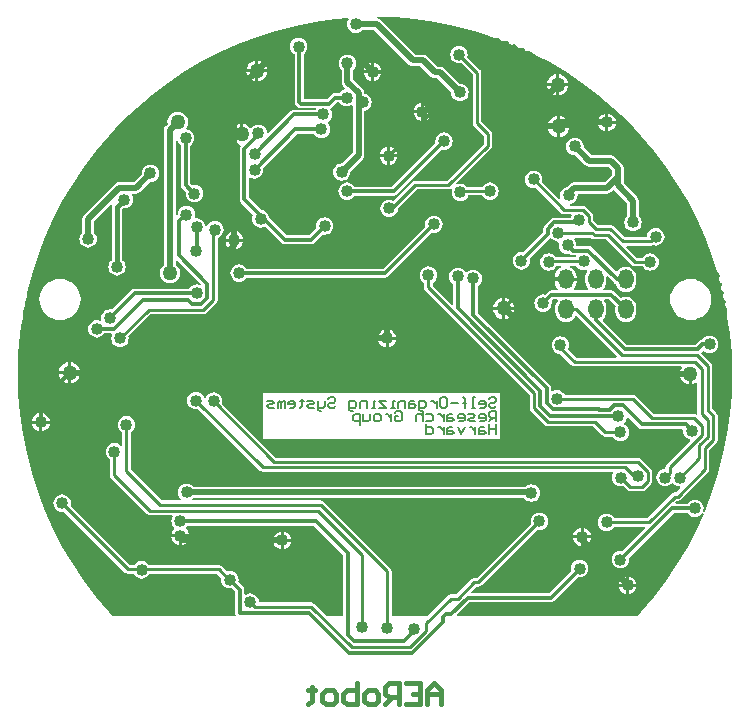
<source format=gbl>
%FSLAX25Y25*%
%MOIN*%
G70*
G01*
G75*
G04 Layer_Physical_Order=2*
G04 Layer_Color=16711680*
%ADD10R,0.04331X0.33858*%
%ADD11R,0.05906X0.33858*%
G04:AMPARAMS|DCode=12|XSize=118.11mil|YSize=39.37mil|CornerRadius=0mil|HoleSize=0mil|Usage=FLASHONLY|Rotation=210.000|XOffset=0mil|YOffset=0mil|HoleType=Round|Shape=Rectangle|*
%AMROTATEDRECTD12*
4,1,4,0.04130,0.04658,0.06099,0.01248,-0.04130,-0.04658,-0.06099,-0.01248,0.04130,0.04658,0.0*
%
%ADD12ROTATEDRECTD12*%

G04:AMPARAMS|DCode=13|XSize=39.37mil|YSize=15.75mil|CornerRadius=0mil|HoleSize=0mil|Usage=FLASHONLY|Rotation=315.000|XOffset=0mil|YOffset=0mil|HoleType=Round|Shape=Rectangle|*
%AMROTATEDRECTD13*
4,1,4,-0.01949,0.00835,-0.00835,0.01949,0.01949,-0.00835,0.00835,-0.01949,-0.01949,0.00835,0.0*
%
%ADD13ROTATEDRECTD13*%

G04:AMPARAMS|DCode=14|XSize=39.37mil|YSize=15.75mil|CornerRadius=0mil|HoleSize=0mil|Usage=FLASHONLY|Rotation=225.000|XOffset=0mil|YOffset=0mil|HoleType=Round|Shape=Rectangle|*
%AMROTATEDRECTD14*
4,1,4,0.00835,0.01949,0.01949,0.00835,-0.00835,-0.01949,-0.01949,-0.00835,0.00835,0.01949,0.0*
%
%ADD14ROTATEDRECTD14*%

%ADD15R,0.02362X0.01575*%
%ADD16R,0.25590X0.23622*%
%ADD17C,0.78740*%
%ADD18R,0.02362X0.03543*%
%ADD19R,0.03543X0.02362*%
%ADD20R,0.07874X0.03937*%
%ADD21R,0.35433X0.13386*%
G04:AMPARAMS|DCode=22|XSize=23.62mil|YSize=35.43mil|CornerRadius=0mil|HoleSize=0mil|Usage=FLASHONLY|Rotation=176.000|XOffset=0mil|YOffset=0mil|HoleType=Round|Shape=Rectangle|*
%AMROTATEDRECTD22*
4,1,4,0.01302,0.01685,0.01055,-0.01850,-0.01302,-0.01685,-0.01055,0.01850,0.01302,0.01685,0.0*
%
%ADD22ROTATEDRECTD22*%

G04:AMPARAMS|DCode=23|XSize=23.62mil|YSize=35.43mil|CornerRadius=0mil|HoleSize=0mil|Usage=FLASHONLY|Rotation=135.000|XOffset=0mil|YOffset=0mil|HoleType=Round|Shape=Rectangle|*
%AMROTATEDRECTD23*
4,1,4,0.02088,0.00418,-0.00418,-0.02088,-0.02088,-0.00418,0.00418,0.02088,0.02088,0.00418,0.0*
%
%ADD23ROTATEDRECTD23*%

G04:AMPARAMS|DCode=24|XSize=23.62mil|YSize=35.43mil|CornerRadius=0mil|HoleSize=0mil|Usage=FLASHONLY|Rotation=4.000|XOffset=0mil|YOffset=0mil|HoleType=Round|Shape=Rectangle|*
%AMROTATEDRECTD24*
4,1,4,-0.01055,-0.01850,-0.01302,0.01685,0.01055,0.01850,0.01302,-0.01685,-0.01055,-0.01850,0.0*
%
%ADD24ROTATEDRECTD24*%

%ADD25R,0.03937X0.03937*%
%ADD26P,0.05568X4X379.0*%
%ADD27P,0.05568X4X65.0*%
%ADD28R,0.05512X0.04724*%
%ADD29R,0.03150X0.02165*%
G04:AMPARAMS|DCode=30|XSize=23.62mil|YSize=61.02mil|CornerRadius=0mil|HoleSize=0mil|Usage=FLASHONLY|Rotation=25.000|XOffset=0mil|YOffset=0mil|HoleType=Round|Shape=Rectangle|*
%AMROTATEDRECTD30*
4,1,4,0.00219,-0.03265,-0.02360,0.02266,-0.00219,0.03265,0.02360,-0.02266,0.00219,-0.03265,0.0*
%
%ADD30ROTATEDRECTD30*%

%ADD31R,0.00984X0.03347*%
%ADD32R,0.09370X0.06496*%
%ADD33R,0.03150X0.03150*%
%ADD34R,0.02756X0.03937*%
%ADD35R,0.03937X0.03937*%
%ADD36P,0.05568X4X109.0*%
%ADD37P,0.05568X4X335.0*%
%ADD38C,0.02000*%
%ADD39C,0.01200*%
%ADD40C,0.01000*%
%ADD41C,0.01800*%
%ADD42C,0.01500*%
%ADD43O,0.05118X0.06693*%
%ADD44R,0.00394X0.00394*%
%ADD45C,0.04000*%
%ADD46C,0.05000*%
%ADD47C,0.00500*%
G36*
X406675Y358859D02*
X413329Y358298D01*
X419941Y357365D01*
X426490Y356062D01*
X432956Y354394D01*
X438306Y352689D01*
X438306Y352689D01*
X438306Y352689D01*
X438326Y352697D01*
X438802Y352443D01*
X439914Y352105D01*
X441071Y351991D01*
X441427Y352026D01*
X441436Y351975D01*
X441796Y351426D01*
X442339Y351056D01*
X442982Y350922D01*
X443626Y351045D01*
X443717Y351105D01*
X444178Y350909D01*
X444198Y350802D01*
X444558Y350253D01*
X445100Y349884D01*
X445743Y349750D01*
X446388Y349873D01*
X446479Y349932D01*
X446939Y349737D01*
X446959Y349630D01*
X447319Y349081D01*
X447862Y348712D01*
X448505Y348578D01*
X449150Y348700D01*
X449150D01*
X449537Y348536D01*
X449897Y347987D01*
X450439Y347618D01*
X451082Y347484D01*
X451727Y347606D01*
X451811Y347662D01*
X452108Y347300D01*
X453014Y346556D01*
X454002Y346028D01*
X454002Y346028D01*
X454010Y346031D01*
X454011Y346030D01*
X454039Y346025D01*
X457585Y344193D01*
X463337Y340800D01*
X468889Y337090D01*
X474225Y333075D01*
X479326Y328766D01*
X484179Y324179D01*
X488766Y319326D01*
X493075Y314225D01*
X497090Y308889D01*
X500800Y303337D01*
X504193Y297585D01*
X507258Y291652D01*
X509985Y285557D01*
X512366Y279319D01*
X513718Y275078D01*
X513718Y275078D01*
X513718D01*
X513764Y275051D01*
X513774Y275001D01*
X513809Y274948D01*
X514043Y274178D01*
X514590Y273153D01*
X514964Y272697D01*
X514925Y272656D01*
X514692Y272042D01*
X514712Y271386D01*
X514982Y270787D01*
X515460Y270338D01*
X515562Y270299D01*
X515674Y269812D01*
X515600Y269733D01*
X515367Y269119D01*
X515387Y268463D01*
X515657Y267864D01*
X516135Y267414D01*
X516237Y267376D01*
X516349Y266889D01*
X516275Y266810D01*
X516042Y266196D01*
X516062Y265540D01*
X516332Y264941D01*
X516810Y264491D01*
X516904Y264081D01*
X516672Y263468D01*
X516692Y262811D01*
X516962Y262213D01*
X517440Y261763D01*
X517525Y261731D01*
X517457Y261506D01*
X517390Y260830D01*
X517357Y260780D01*
X517283Y260409D01*
X517313Y260258D01*
X517304Y260245D01*
X517304Y260245D01*
X517365Y259941D01*
X517419Y259556D01*
X517457Y259173D01*
X517487Y259072D01*
X518298Y253329D01*
X518860Y246675D01*
X519047Y240000D01*
X518860Y233325D01*
X518298Y226671D01*
X517365Y220059D01*
X516062Y213510D01*
X514394Y207044D01*
X512366Y200681D01*
X509985Y194443D01*
X509736Y193886D01*
X509277Y194084D01*
X509425Y194443D01*
X509525Y195200D01*
X509425Y195957D01*
X509133Y196662D01*
X508668Y197268D01*
X508063Y197733D01*
X507357Y198025D01*
X506600Y198125D01*
X505843Y198025D01*
X505137Y197733D01*
X504532Y197268D01*
X504118Y196729D01*
X500273D01*
X500082Y197191D01*
X500588Y197698D01*
X500875D01*
X500875Y197698D01*
X501421Y197806D01*
X501884Y198116D01*
X511073Y207305D01*
X511074Y207305D01*
X511383Y207768D01*
X511383Y207768D01*
X511383Y207768D01*
X511492Y208314D01*
X511492Y208314D01*
Y214791D01*
X513809Y217108D01*
X513809Y217108D01*
X513995Y217386D01*
X514119Y217571D01*
X514227Y218118D01*
X514227Y218118D01*
Y226100D01*
X514227Y226100D01*
X514119Y226646D01*
X513809Y227109D01*
X513809Y227109D01*
X512327Y228591D01*
Y242585D01*
X512327Y242585D01*
X512219Y243131D01*
X511909Y243595D01*
X511909Y243595D01*
X508565Y246939D01*
X508581Y247105D01*
X509222Y247745D01*
X509432Y247732D01*
X510038Y247267D01*
X510743Y246975D01*
X511500Y246875D01*
X512257Y246975D01*
X512962Y247267D01*
X513568Y247732D01*
X514033Y248338D01*
X514325Y249043D01*
X514425Y249800D01*
X514325Y250557D01*
X514033Y251262D01*
X513568Y251868D01*
X512962Y252333D01*
X512257Y252625D01*
X511500Y252725D01*
X510743Y252625D01*
X510038Y252333D01*
X509432Y251868D01*
X509001Y251307D01*
X508529Y251213D01*
X508032Y250881D01*
X506867Y249715D01*
X483848D01*
X475911Y257652D01*
X475944Y258151D01*
X476067Y258246D01*
X476621Y258968D01*
X476970Y259810D01*
X477089Y260713D01*
Y262287D01*
X476970Y263190D01*
X476621Y264032D01*
X476363Y264369D01*
X476584Y264817D01*
X478120D01*
X480174Y262763D01*
X480111Y262287D01*
Y260713D01*
X480230Y259810D01*
X480579Y258968D01*
X481133Y258246D01*
X481855Y257691D01*
X482697Y257343D01*
X483600Y257224D01*
X484503Y257343D01*
X485344Y257691D01*
X486067Y258246D01*
X486622Y258968D01*
X486970Y259810D01*
X487089Y260713D01*
Y262287D01*
X486970Y263190D01*
X486622Y264032D01*
X486067Y264754D01*
X485344Y265309D01*
X484503Y265657D01*
X483600Y265776D01*
X482697Y265657D01*
X481925Y265338D01*
X479835Y267428D01*
X479339Y267759D01*
X478754Y267876D01*
X476349D01*
X476127Y268324D01*
X476621Y268968D01*
X476970Y269810D01*
X477089Y270713D01*
Y272287D01*
X477531Y272506D01*
X479619Y270419D01*
X480115Y270087D01*
X480196Y270071D01*
X480230Y269810D01*
X480579Y268968D01*
X481133Y268246D01*
X481856Y267691D01*
X482697Y267343D01*
X483600Y267224D01*
X484503Y267343D01*
X485344Y267691D01*
X486067Y268246D01*
X486622Y268968D01*
X486970Y269810D01*
X487089Y270713D01*
Y272287D01*
X486970Y273190D01*
X486622Y274032D01*
X486067Y274754D01*
X485344Y275309D01*
X484503Y275657D01*
X483600Y275776D01*
X482697Y275657D01*
X481856Y275309D01*
X481133Y274754D01*
X480702Y274193D01*
X480203Y274160D01*
X472181Y282181D01*
X471685Y282513D01*
X471100Y282629D01*
X467362D01*
X467125Y282900D01*
X467025Y283657D01*
X466733Y284363D01*
X466302Y284924D01*
X466523Y285373D01*
X472031D01*
X472467Y285081D01*
X472467Y285081D01*
X472467Y285081D01*
D01*
X472467Y285081D01*
X472467Y285081D01*
X473013Y284973D01*
X473013Y284973D01*
X477109D01*
X485791Y276291D01*
X485791Y276291D01*
X486068Y276105D01*
X486254Y275981D01*
X486800Y275873D01*
X489152D01*
X489167Y275837D01*
X489632Y275232D01*
X490238Y274767D01*
X490943Y274475D01*
X491700Y274375D01*
X492457Y274475D01*
X493162Y274767D01*
X493768Y275232D01*
X494233Y275837D01*
X494525Y276543D01*
X494625Y277300D01*
X494525Y278057D01*
X494233Y278763D01*
X493768Y279368D01*
X493162Y279833D01*
X492457Y280125D01*
X491700Y280225D01*
X490943Y280125D01*
X490238Y279833D01*
X489632Y279368D01*
X489167Y278763D01*
X489152Y278727D01*
X487391D01*
X483808Y282311D01*
X483999Y282773D01*
X492000D01*
X492000Y282773D01*
X492546Y282881D01*
X492621Y282931D01*
X492654Y282953D01*
X492843Y282875D01*
X493600Y282775D01*
X494357Y282875D01*
X495062Y283167D01*
X495668Y283632D01*
X496133Y284238D01*
X496425Y284943D01*
X496525Y285700D01*
X496425Y286457D01*
X496133Y287162D01*
X495668Y287768D01*
X495062Y288233D01*
X494357Y288525D01*
X493600Y288625D01*
X492843Y288525D01*
X492137Y288233D01*
X491532Y287768D01*
X491067Y287162D01*
X490775Y286457D01*
X490675Y285700D01*
X490611Y285627D01*
X483178D01*
X479496Y289309D01*
X479033Y289619D01*
X478487Y289727D01*
X478487Y289727D01*
X474391D01*
X472827Y291291D01*
Y292708D01*
X472827Y292708D01*
X472719Y293255D01*
X472409Y293718D01*
X472409Y293718D01*
X470418Y295709D01*
X469955Y296019D01*
X469408Y296127D01*
X469408Y296127D01*
X465023D01*
X464990Y296626D01*
X465357Y296675D01*
X466062Y296967D01*
X466668Y297432D01*
X467133Y298038D01*
X467425Y298743D01*
X467525Y299500D01*
X467500Y299687D01*
X467830Y300063D01*
X477415D01*
X478157Y300210D01*
X478785Y300630D01*
X479565Y301410D01*
X484063Y296913D01*
Y292669D01*
X483932Y292568D01*
X483467Y291963D01*
X483175Y291257D01*
X483075Y290500D01*
X483175Y289743D01*
X483467Y289037D01*
X483932Y288432D01*
X484538Y287967D01*
X485243Y287675D01*
X486000Y287575D01*
X486757Y287675D01*
X487463Y287967D01*
X488068Y288432D01*
X488533Y289037D01*
X488825Y289743D01*
X488925Y290500D01*
X488825Y291257D01*
X488533Y291963D01*
X488068Y292568D01*
X487937Y292669D01*
Y297715D01*
X487790Y298457D01*
X487370Y299085D01*
X482837Y303618D01*
Y305485D01*
Y308715D01*
X482690Y309457D01*
X482270Y310085D01*
X479985Y312370D01*
X479357Y312790D01*
X478615Y312937D01*
X472202D01*
X469503Y315636D01*
X469525Y315800D01*
X469425Y316557D01*
X469133Y317263D01*
X468668Y317868D01*
X468062Y318333D01*
X467357Y318625D01*
X466600Y318725D01*
X465843Y318625D01*
X465137Y318333D01*
X464532Y317868D01*
X464067Y317263D01*
X463775Y316557D01*
X463675Y315800D01*
X463775Y315043D01*
X464067Y314337D01*
X464532Y313732D01*
X465137Y313267D01*
X465843Y312975D01*
X466600Y312875D01*
X466764Y312896D01*
X470030Y309630D01*
X470030Y309630D01*
X470030Y309630D01*
Y309630D01*
X470030Y309630D01*
Y309630D01*
X470659Y309210D01*
X471400Y309063D01*
X477813D01*
X478963Y307913D01*
Y306287D01*
X476613Y303937D01*
X466400D01*
X465659Y303790D01*
X465030Y303370D01*
X464007Y302347D01*
X463843Y302325D01*
X463137Y302033D01*
X462532Y301568D01*
X462067Y300962D01*
X461775Y300257D01*
X461675Y299500D01*
X461775Y298743D01*
X461849Y298563D01*
X461433Y298285D01*
X455711Y304008D01*
X455725Y304043D01*
X455825Y304800D01*
X455725Y305557D01*
X455433Y306262D01*
X454968Y306868D01*
X454362Y307333D01*
X453657Y307625D01*
X452900Y307725D01*
X452143Y307625D01*
X451438Y307333D01*
X450832Y306868D01*
X450367Y306262D01*
X450075Y305557D01*
X449975Y304800D01*
X450075Y304043D01*
X450367Y303338D01*
X450832Y302732D01*
X451438Y302267D01*
X452143Y301975D01*
X452900Y301875D01*
X453657Y301975D01*
X453692Y301989D01*
X461991Y293691D01*
X461991Y293691D01*
X462454Y293381D01*
X462454Y293381D01*
X462454Y293381D01*
D01*
X462454Y293381D01*
X462454Y293381D01*
X463000Y293273D01*
X463000Y293273D01*
X465293D01*
X465514Y292824D01*
X465467Y292762D01*
X465205Y292129D01*
X459750D01*
X459165Y292013D01*
X458669Y291681D01*
X456519Y289531D01*
X456187Y289035D01*
X456071Y288450D01*
Y287134D01*
X449473Y280536D01*
X448800Y280625D01*
X448043Y280525D01*
X447337Y280233D01*
X446732Y279768D01*
X446267Y279163D01*
X445975Y278457D01*
X445875Y277700D01*
X445975Y276943D01*
X446267Y276238D01*
X446732Y275632D01*
X447337Y275167D01*
X448043Y274875D01*
X448800Y274775D01*
X449557Y274875D01*
X450262Y275167D01*
X450868Y275632D01*
X451333Y276238D01*
X451625Y276943D01*
X451725Y277700D01*
X451636Y278374D01*
X458400Y285137D01*
X458899Y285105D01*
X459032Y284932D01*
X459637Y284467D01*
X460343Y284175D01*
X461100Y284075D01*
X461391Y283696D01*
X461375Y283657D01*
X461275Y282900D01*
X461375Y282143D01*
X461667Y281437D01*
X462132Y280832D01*
X462738Y280367D01*
X463443Y280075D01*
X464200Y279975D01*
X464874Y280064D01*
X464919Y280019D01*
X465415Y279687D01*
X465512Y279668D01*
X466000Y279571D01*
X466968D01*
X467076Y279352D01*
X466812Y278927D01*
X460307D01*
X459968Y279368D01*
X459363Y279833D01*
X458657Y280125D01*
X457900Y280225D01*
X457143Y280125D01*
X456437Y279833D01*
X455832Y279368D01*
X455367Y278763D01*
X455075Y278057D01*
X454975Y277300D01*
X455075Y276543D01*
X455367Y275837D01*
X455832Y275232D01*
X456437Y274767D01*
X457143Y274475D01*
X457900Y274375D01*
X458657Y274475D01*
X459363Y274767D01*
X459968Y275232D01*
X460433Y275837D01*
X460531Y276073D01*
X462156D01*
X462254Y275582D01*
X461805Y275396D01*
X461062Y274826D01*
X460491Y274082D01*
X460133Y273217D01*
X460010Y272287D01*
Y272000D01*
X467190D01*
Y272287D01*
X467067Y273217D01*
X466709Y274082D01*
X466138Y274826D01*
X465395Y275396D01*
X464946Y275582D01*
X465043Y276073D01*
X467052D01*
X467067Y276038D01*
X467532Y275432D01*
X468138Y274967D01*
X468843Y274675D01*
X469600Y274575D01*
X470357Y274675D01*
X470512Y274739D01*
X470817Y274342D01*
X470578Y274032D01*
X470230Y273190D01*
X470111Y272287D01*
Y270713D01*
X470230Y269810D01*
X470578Y268968D01*
X471073Y268324D01*
X470851Y267876D01*
X466475D01*
X466253Y268324D01*
X466709Y268918D01*
X467067Y269783D01*
X467190Y270713D01*
Y271000D01*
X460010D01*
Y270713D01*
X460133Y269783D01*
X460491Y268918D01*
X460947Y268324D01*
X460725Y267876D01*
X458751D01*
X458262Y267779D01*
X458165Y267759D01*
X457669Y267428D01*
X456673Y266432D01*
X456000Y266521D01*
X455243Y266421D01*
X454537Y266129D01*
X453932Y265664D01*
X453467Y265058D01*
X453175Y264353D01*
X453075Y263596D01*
X453175Y262839D01*
X453467Y262133D01*
X453932Y261527D01*
X454537Y261063D01*
X455243Y260771D01*
X456000Y260671D01*
X456757Y260771D01*
X457463Y261063D01*
X458068Y261527D01*
X458533Y262133D01*
X458825Y262839D01*
X458925Y263596D01*
X458836Y264269D01*
X459384Y264817D01*
X460616D01*
X460837Y264369D01*
X460578Y264032D01*
X460230Y263190D01*
X460111Y262287D01*
Y260713D01*
X460230Y259810D01*
X460578Y258968D01*
X461133Y258246D01*
X461856Y257691D01*
X462697Y257343D01*
X463600Y257224D01*
X464503Y257343D01*
X465344Y257691D01*
X466067Y258246D01*
X466621Y258968D01*
X466732Y259234D01*
X467222Y259331D01*
X480664Y245889D01*
X480473Y245427D01*
X467091D01*
X464347Y248171D01*
X464625Y248843D01*
X464725Y249600D01*
X464625Y250357D01*
X464333Y251062D01*
X463868Y251668D01*
X463263Y252133D01*
X462557Y252425D01*
X461800Y252525D01*
X461043Y252425D01*
X460337Y252133D01*
X459732Y251668D01*
X459267Y251062D01*
X458975Y250357D01*
X458875Y249600D01*
X458975Y248843D01*
X459267Y248137D01*
X459732Y247532D01*
X460337Y247067D01*
X461043Y246775D01*
X461800Y246675D01*
X461806Y246676D01*
X465491Y242991D01*
X465491Y242991D01*
X465768Y242805D01*
X465954Y242681D01*
X466500Y242573D01*
X501997D01*
X502218Y242124D01*
X501943Y241765D01*
X501590Y240914D01*
X501536Y240500D01*
X505000D01*
Y240000D01*
X505500D01*
Y236536D01*
X505914Y236590D01*
X506765Y236943D01*
X507024Y237141D01*
X507473Y236920D01*
Y226700D01*
X507473Y226700D01*
X507481Y226656D01*
X507066Y226378D01*
X506855Y226519D01*
X506308Y226627D01*
X506308Y226627D01*
X492991D01*
X487009Y232609D01*
X486546Y232919D01*
X486000Y233027D01*
X486000Y233027D01*
X463289D01*
X463233Y233162D01*
X462768Y233768D01*
X462162Y234233D01*
X461457Y234525D01*
X460700Y234625D01*
X459943Y234525D01*
X459237Y234233D01*
X459178Y234187D01*
X458729Y234408D01*
Y235227D01*
X458613Y235812D01*
X458281Y236308D01*
X434229Y260360D01*
Y269318D01*
X434768Y269732D01*
X435233Y270338D01*
X435525Y271043D01*
X435625Y271800D01*
X435525Y272557D01*
X435233Y273263D01*
X434768Y273868D01*
X434163Y274333D01*
X433457Y274625D01*
X432700Y274725D01*
X431943Y274625D01*
X431238Y274333D01*
X430632Y273868D01*
X430146Y273932D01*
X430133Y273962D01*
X429668Y274568D01*
X429063Y275033D01*
X428357Y275325D01*
X427600Y275425D01*
X426843Y275325D01*
X426137Y275033D01*
X425532Y274568D01*
X425067Y273962D01*
X424775Y273257D01*
X424675Y272500D01*
X424775Y271743D01*
X425067Y271038D01*
X425532Y270432D01*
X426071Y270018D01*
Y263230D01*
X425609Y263038D01*
X419227Y269420D01*
Y270343D01*
X419263Y270358D01*
X419868Y270823D01*
X420333Y271429D01*
X420625Y272134D01*
X420725Y272891D01*
X420625Y273648D01*
X420333Y274354D01*
X419868Y274959D01*
X419263Y275424D01*
X418557Y275716D01*
X417800Y275816D01*
X417043Y275716D01*
X416337Y275424D01*
X415732Y274959D01*
X415267Y274354D01*
X414975Y273648D01*
X414875Y272891D01*
X414975Y272134D01*
X415267Y271429D01*
X415732Y270823D01*
X416337Y270358D01*
X416373Y270343D01*
Y268829D01*
X416373Y268828D01*
X416481Y268282D01*
X416791Y267819D01*
X451673Y232937D01*
Y228552D01*
X451673Y228552D01*
X451781Y228006D01*
X452091Y227543D01*
X456543Y223091D01*
X456543Y223091D01*
X457006Y222781D01*
X457006Y222781D01*
X457006Y222781D01*
D01*
X457006Y222781D01*
X457006Y222781D01*
X457552Y222673D01*
X457552Y222673D01*
X472496D01*
X472597Y222605D01*
X472745Y222506D01*
X475761Y219491D01*
X475761Y219491D01*
X476224Y219181D01*
X476770Y219073D01*
X479252D01*
X479267Y219038D01*
X479732Y218432D01*
X480337Y217967D01*
X481043Y217675D01*
X481800Y217575D01*
X482557Y217675D01*
X483262Y217967D01*
X483868Y218432D01*
X484333Y219038D01*
X484625Y219743D01*
X484725Y220500D01*
X484625Y221257D01*
X484333Y221962D01*
X483868Y222568D01*
X483262Y223033D01*
X482987Y223147D01*
X482922Y223643D01*
X483168Y223832D01*
X483633Y224437D01*
X483925Y225143D01*
X483952Y225342D01*
X484425Y225503D01*
X487810Y222119D01*
X488306Y221787D01*
X488891Y221671D01*
X502371D01*
X502701Y221295D01*
X502675Y221100D01*
X502775Y220343D01*
X503067Y219637D01*
X503532Y219032D01*
X504138Y218567D01*
X504843Y218275D01*
X504920Y218265D01*
X505081Y217791D01*
X497191Y209901D01*
X496881Y209438D01*
X496773Y208892D01*
X496773Y208892D01*
Y208389D01*
X496700Y208325D01*
X495943Y208225D01*
X495237Y207933D01*
X494632Y207468D01*
X494167Y206862D01*
X493875Y206157D01*
X493775Y205400D01*
X493875Y204643D01*
X494167Y203938D01*
X494632Y203332D01*
X495237Y202867D01*
X495943Y202575D01*
X496700Y202475D01*
X497457Y202575D01*
X498163Y202867D01*
X498768Y203332D01*
X498900Y203503D01*
X499400D01*
X499532Y203332D01*
X500138Y202867D01*
X500843Y202575D01*
X501575Y202478D01*
X501736Y202005D01*
X500284Y200553D01*
X499997D01*
X499997Y200553D01*
X499450Y200444D01*
X498987Y200134D01*
X498987Y200134D01*
X490780Y191927D01*
X479748D01*
X479733Y191963D01*
X479268Y192568D01*
X478662Y193033D01*
X477957Y193325D01*
X477200Y193425D01*
X476443Y193325D01*
X475737Y193033D01*
X475132Y192568D01*
X474667Y191963D01*
X474375Y191257D01*
X474275Y190500D01*
X474375Y189743D01*
X474667Y189038D01*
X475132Y188432D01*
X475737Y187967D01*
X476443Y187675D01*
X477200Y187575D01*
X477957Y187675D01*
X478662Y187967D01*
X479268Y188432D01*
X479733Y189038D01*
X479748Y189073D01*
X489956D01*
X490148Y188611D01*
X482474Y180936D01*
X481800Y181025D01*
X481043Y180925D01*
X480337Y180633D01*
X479732Y180168D01*
X479267Y179562D01*
X478975Y178857D01*
X478875Y178100D01*
X478975Y177343D01*
X479267Y176637D01*
X479732Y176032D01*
X480337Y175567D01*
X481043Y175275D01*
X481800Y175175D01*
X482557Y175275D01*
X483262Y175567D01*
X483868Y176032D01*
X484333Y176637D01*
X484625Y177343D01*
X484725Y178100D01*
X484636Y178773D01*
X499534Y193671D01*
X504118D01*
X504532Y193132D01*
X505137Y192667D01*
X505843Y192375D01*
X506600Y192275D01*
X507357Y192375D01*
X508063Y192667D01*
X508668Y193132D01*
X509114Y193713D01*
Y193713D01*
X509114D01*
X509544Y193457D01*
X507258Y188347D01*
X504193Y182415D01*
X500800Y176663D01*
X497090Y171111D01*
X493075Y165776D01*
X488766Y160674D01*
X487419Y159248D01*
X470666D01*
X470226Y159292D01*
X469785Y159248D01*
X453811D01*
X453676Y159261D01*
Y159251D01*
X453661Y159248D01*
X431744Y159248D01*
X431496Y159298D01*
X427550D01*
X427359Y159759D01*
X431470Y163871D01*
X458500D01*
X459085Y163987D01*
X459581Y164319D01*
X459582Y164319D01*
X459581Y164319D01*
X467526Y172264D01*
X468200Y172175D01*
X468957Y172275D01*
X469663Y172567D01*
X470268Y173032D01*
X470733Y173637D01*
X471025Y174343D01*
X471125Y175100D01*
X471025Y175857D01*
X470733Y176562D01*
X470268Y177168D01*
X469663Y177633D01*
X468957Y177925D01*
X468200Y178025D01*
X467443Y177925D01*
X466738Y177633D01*
X466132Y177168D01*
X465667Y176562D01*
X465375Y175857D01*
X465275Y175100D01*
X465364Y174426D01*
X457866Y166929D01*
X432210D01*
X432018Y167391D01*
X433691Y169064D01*
X434492D01*
X434492Y169064D01*
X435038Y169173D01*
X435501Y169482D01*
X454008Y187989D01*
X454043Y187975D01*
X454800Y187875D01*
X455557Y187975D01*
X456262Y188267D01*
X456868Y188732D01*
X457333Y189338D01*
X457625Y190043D01*
X457725Y190800D01*
X457625Y191557D01*
X457333Y192262D01*
X456868Y192868D01*
X456262Y193333D01*
X455557Y193625D01*
X454800Y193725D01*
X454043Y193625D01*
X453337Y193333D01*
X452732Y192868D01*
X452267Y192262D01*
X451975Y191557D01*
X451875Y190800D01*
X451975Y190043D01*
X451989Y190008D01*
X433900Y171919D01*
X433100D01*
X433100Y171919D01*
X432554Y171810D01*
X432368Y171686D01*
X432091Y171501D01*
X432091Y171501D01*
X427111Y166521D01*
X425194D01*
X424648Y166412D01*
X424462Y166289D01*
X424184Y166103D01*
X424184Y166103D01*
X417329Y159248D01*
X405527D01*
Y174185D01*
X405527Y174185D01*
X405527Y174185D01*
Y174185D01*
X405527D01*
X405527Y174185D01*
X405419Y174732D01*
X405295Y174917D01*
X405109Y175195D01*
X405109Y175195D01*
X382895Y197409D01*
X382432Y197719D01*
X381885Y197827D01*
X381885Y197827D01*
X339269D01*
X339159Y198152D01*
X339451Y198558D01*
X449781D01*
X450032Y198232D01*
X450637Y197767D01*
X451343Y197475D01*
X452100Y197375D01*
X452857Y197475D01*
X453562Y197767D01*
X454168Y198232D01*
X454633Y198837D01*
X454925Y199543D01*
X455025Y200300D01*
X454925Y201057D01*
X454633Y201763D01*
X454168Y202368D01*
X453562Y202833D01*
X452857Y203125D01*
X452100Y203225D01*
X451343Y203125D01*
X450637Y202833D01*
X450115Y202432D01*
X339374D01*
X339273Y202564D01*
X338667Y203028D01*
X337962Y203321D01*
X337205Y203420D01*
X336448Y203321D01*
X335742Y203028D01*
X335136Y202564D01*
X334672Y201958D01*
X334379Y201252D01*
X334280Y200495D01*
X334379Y199738D01*
X334672Y199033D01*
X335136Y198427D01*
X335301Y198301D01*
X335140Y197827D01*
X328991D01*
X318527Y208291D01*
Y220452D01*
X318563Y220467D01*
X319168Y220932D01*
X319633Y221537D01*
X319925Y222243D01*
X320025Y223000D01*
X319925Y223757D01*
X319633Y224463D01*
X319168Y225068D01*
X318563Y225533D01*
X317857Y225825D01*
X317100Y225925D01*
X316343Y225825D01*
X315637Y225533D01*
X315032Y225068D01*
X314567Y224463D01*
X314275Y223757D01*
X314175Y223000D01*
X314275Y222243D01*
X314567Y221537D01*
X315032Y220932D01*
X315637Y220467D01*
X315673Y220452D01*
Y216189D01*
X315199Y216028D01*
X315168Y216068D01*
X314563Y216533D01*
X313857Y216825D01*
X313100Y216925D01*
X312343Y216825D01*
X311637Y216533D01*
X311032Y216068D01*
X310567Y215462D01*
X310275Y214757D01*
X310175Y214000D01*
X310275Y213243D01*
X310567Y212538D01*
X311032Y211932D01*
X311637Y211467D01*
X311673Y211452D01*
Y206300D01*
X311673Y206300D01*
X311781Y205754D01*
X312091Y205291D01*
X323991Y193391D01*
X323991Y193391D01*
X324268Y193205D01*
X324454Y193081D01*
X325000Y192973D01*
X325000Y192973D01*
X332370D01*
X332591Y192524D01*
X332467Y192362D01*
X332175Y191657D01*
X332075Y190900D01*
X332175Y190143D01*
X332467Y189437D01*
X332932Y188832D01*
X333071Y188725D01*
Y188225D01*
X332960Y188140D01*
X332480Y187513D01*
X332177Y186783D01*
X332140Y186500D01*
X338060D01*
X338023Y186783D01*
X337720Y187513D01*
X337240Y188140D01*
X337029Y188301D01*
Y188801D01*
X337068Y188832D01*
X337482Y189371D01*
X379767D01*
X389471Y179666D01*
Y159248D01*
X383871D01*
X379709Y163409D01*
X379246Y163719D01*
X378700Y163827D01*
X378700Y163827D01*
X361389D01*
X361325Y163900D01*
X361225Y164657D01*
X360933Y165363D01*
X360468Y165968D01*
X359862Y166433D01*
X359157Y166725D01*
X358400Y166825D01*
X357643Y166725D01*
X356938Y166433D01*
X356878Y166387D01*
X356429Y166609D01*
Y168100D01*
X356332Y168588D01*
X356313Y168685D01*
X355981Y169181D01*
X354436Y170727D01*
X354525Y171400D01*
X354425Y172157D01*
X354133Y172863D01*
X353668Y173468D01*
X353063Y173933D01*
X352357Y174225D01*
X351600Y174325D01*
X350843Y174225D01*
X350666Y174152D01*
X349009Y175809D01*
X348546Y176119D01*
X348000Y176227D01*
X348000Y176227D01*
X324683D01*
X324268Y176768D01*
X323662Y177233D01*
X322957Y177525D01*
X322200Y177625D01*
X321443Y177525D01*
X320738Y177233D01*
X320132Y176768D01*
X319717Y176227D01*
X318391D01*
X298511Y196108D01*
X298525Y196143D01*
X298625Y196900D01*
X298525Y197657D01*
X298233Y198363D01*
X297768Y198968D01*
X297163Y199433D01*
X296457Y199725D01*
X295700Y199825D01*
X294943Y199725D01*
X294237Y199433D01*
X293632Y198968D01*
X293167Y198363D01*
X292875Y197657D01*
X292775Y196900D01*
X292875Y196143D01*
X293167Y195438D01*
X293632Y194832D01*
X294237Y194367D01*
X294943Y194075D01*
X295700Y193975D01*
X296457Y194075D01*
X296492Y194089D01*
X316791Y173791D01*
X317254Y173481D01*
X317800Y173373D01*
X317800Y173373D01*
X319611D01*
X319667Y173238D01*
X320132Y172632D01*
X320738Y172167D01*
X321443Y171875D01*
X322200Y171775D01*
X322957Y171875D01*
X323662Y172167D01*
X324268Y172632D01*
X324733Y173238D01*
X324789Y173373D01*
X347409D01*
X348757Y172024D01*
X348675Y171400D01*
X348775Y170643D01*
X349067Y169938D01*
X349532Y169332D01*
X350137Y168867D01*
X350843Y168575D01*
X351600Y168475D01*
X352274Y168564D01*
X353371Y167466D01*
Y160400D01*
X353487Y159815D01*
X353571Y159689D01*
X353335Y159248D01*
X348759D01*
X348349Y159288D01*
X347940Y159248D01*
X331903D01*
X331800Y159258D01*
Y159248D01*
X312581D01*
X311234Y160674D01*
X306925Y165776D01*
X302910Y171111D01*
X299200Y176663D01*
X295807Y182415D01*
X292742Y188347D01*
X290015Y194443D01*
X287634Y200681D01*
X285606Y207044D01*
X283938Y213510D01*
X282635Y220059D01*
X281702Y226671D01*
X281140Y233325D01*
X280953Y240000D01*
X281140Y246675D01*
X281702Y253329D01*
X282093Y256098D01*
X282106Y256118D01*
X282161Y256393D01*
X282157Y256394D01*
X282208Y256917D01*
X282520Y259122D01*
X282736Y259652D01*
X282733Y260309D01*
X282716Y260349D01*
X283038Y261967D01*
X283060Y261990D01*
X283309Y262597D01*
X283306Y263253D01*
X283298Y263273D01*
X283627Y264929D01*
X283633Y264934D01*
X283881Y265542D01*
X283878Y266191D01*
X283938Y266490D01*
X284380Y268203D01*
X284416Y268290D01*
X284415Y268341D01*
X285606Y272956D01*
X287634Y279319D01*
X290015Y285557D01*
X292742Y291652D01*
X295807Y297585D01*
X299200Y303337D01*
X302910Y308889D01*
X306925Y314225D01*
X311234Y319326D01*
X315821Y324179D01*
X320673Y328766D01*
X325776Y333075D01*
X331111Y337090D01*
X336663Y340800D01*
X342415Y344193D01*
X348347Y347257D01*
X354443Y349985D01*
X360681Y352366D01*
X367044Y354394D01*
X373510Y356062D01*
X380059Y357365D01*
X386671Y358298D01*
X390948Y358659D01*
X391188Y358220D01*
X391067Y358063D01*
X390775Y357357D01*
X390675Y356600D01*
X390775Y355843D01*
X391067Y355137D01*
X391532Y354532D01*
X392138Y354067D01*
X392843Y353775D01*
X393600Y353675D01*
X394357Y353775D01*
X395062Y354067D01*
X395668Y354532D01*
X395769Y354663D01*
X399698D01*
X411230Y343130D01*
X411859Y342710D01*
X412600Y342563D01*
X415112D01*
X418545Y339130D01*
X419173Y338710D01*
X419915Y338563D01*
X420798D01*
X425397Y333964D01*
X425375Y333800D01*
X425475Y333043D01*
X425767Y332337D01*
X426232Y331732D01*
X426837Y331267D01*
X427543Y330975D01*
X428300Y330875D01*
X429057Y330975D01*
X429763Y331267D01*
X430368Y331732D01*
X430833Y332337D01*
X431125Y333043D01*
X431225Y333800D01*
X431125Y334557D01*
X430833Y335262D01*
X430368Y335868D01*
X429763Y336333D01*
X429057Y336625D01*
X428300Y336725D01*
X428136Y336703D01*
X422970Y341870D01*
X422341Y342290D01*
X421600Y342437D01*
X420717D01*
X417285Y345870D01*
X416656Y346290D01*
X415915Y346437D01*
X413402D01*
X401870Y357970D01*
X401241Y358390D01*
X400517Y358534D01*
X400573Y359031D01*
X406675Y358859D01*
D02*
G37*
%LPC*%
G36*
X298700Y243864D02*
Y240900D01*
X301664D01*
X301610Y241314D01*
X301257Y242165D01*
X300696Y242896D01*
X299965Y243457D01*
X299114Y243810D01*
X298700Y243864D01*
D02*
G37*
G36*
X406960Y251400D02*
X404500D01*
Y248940D01*
X404783Y248977D01*
X405513Y249279D01*
X406140Y249760D01*
X406621Y250387D01*
X406923Y251117D01*
X406960Y251400D01*
D02*
G37*
G36*
X403500D02*
X401040D01*
X401077Y251117D01*
X401379Y250387D01*
X401860Y249760D01*
X402487Y249279D01*
X403217Y248977D01*
X403500Y248940D01*
Y251400D01*
D02*
G37*
G36*
X297700Y243864D02*
X297286Y243810D01*
X296435Y243457D01*
X295704Y242896D01*
X295143Y242165D01*
X294790Y241314D01*
X294736Y240900D01*
X297700D01*
Y243864D01*
D02*
G37*
G36*
X504500Y239500D02*
X501536D01*
X501590Y239086D01*
X501943Y238235D01*
X502504Y237504D01*
X503235Y236943D01*
X504086Y236590D01*
X504500Y236536D01*
Y239500D01*
D02*
G37*
G36*
X289100Y226860D02*
Y224400D01*
X291560D01*
X291523Y224683D01*
X291220Y225413D01*
X290740Y226040D01*
X290113Y226520D01*
X289383Y226823D01*
X289100Y226860D01*
D02*
G37*
G36*
X301664Y239900D02*
X298700D01*
Y236936D01*
X299114Y236990D01*
X299965Y237343D01*
X300696Y237904D01*
X301257Y238635D01*
X301610Y239486D01*
X301664Y239900D01*
D02*
G37*
G36*
X297700D02*
X294736D01*
X294790Y239486D01*
X295143Y238635D01*
X295704Y237904D01*
X296435Y237343D01*
X297286Y236990D01*
X297700Y236936D01*
Y239900D01*
D02*
G37*
G36*
X403500Y254860D02*
X403217Y254823D01*
X402487Y254521D01*
X401860Y254040D01*
X401379Y253413D01*
X401077Y252683D01*
X401040Y252400D01*
X403500D01*
Y254860D01*
D02*
G37*
G36*
X443400Y265264D02*
Y262300D01*
X446364D01*
X446310Y262714D01*
X445957Y263565D01*
X445396Y264296D01*
X444665Y264857D01*
X443814Y265210D01*
X443400Y265264D01*
D02*
G37*
G36*
X442400D02*
X441986Y265210D01*
X441135Y264857D01*
X440404Y264296D01*
X439843Y263565D01*
X439490Y262714D01*
X439436Y262300D01*
X442400D01*
Y265264D01*
D02*
G37*
G36*
X356060Y284100D02*
X353600D01*
Y281640D01*
X353883Y281677D01*
X354613Y281979D01*
X355240Y282460D01*
X355720Y283087D01*
X356023Y283817D01*
X356060Y284100D01*
D02*
G37*
G36*
X352600D02*
X350140D01*
X350177Y283817D01*
X350480Y283087D01*
X350960Y282460D01*
X351587Y281979D01*
X352317Y281677D01*
X352600Y281640D01*
Y284100D01*
D02*
G37*
G36*
X446364Y261300D02*
X443400D01*
Y258336D01*
X443814Y258390D01*
X444665Y258743D01*
X445396Y259304D01*
X445957Y260035D01*
X446310Y260886D01*
X446364Y261300D01*
D02*
G37*
G36*
X295000Y271638D02*
X293666Y271507D01*
X292383Y271118D01*
X291201Y270486D01*
X290164Y269636D01*
X289314Y268599D01*
X288682Y267417D01*
X288293Y266134D01*
X288162Y264800D01*
X288293Y263466D01*
X288682Y262183D01*
X289314Y261001D01*
X290164Y259964D01*
X291201Y259114D01*
X292383Y258482D01*
X293666Y258093D01*
X295000Y257962D01*
X296334Y258093D01*
X297617Y258482D01*
X298799Y259114D01*
X299835Y259964D01*
X300686Y261001D01*
X301318Y262183D01*
X301707Y263466D01*
X301838Y264800D01*
X301707Y266134D01*
X301318Y267417D01*
X300686Y268599D01*
X299835Y269636D01*
X298799Y270486D01*
X297617Y271118D01*
X296334Y271507D01*
X295000Y271638D01*
D02*
G37*
G36*
X404500Y254860D02*
Y252400D01*
X406960D01*
X406923Y252683D01*
X406621Y253413D01*
X406140Y254040D01*
X405513Y254521D01*
X404783Y254823D01*
X404500Y254860D01*
D02*
G37*
G36*
X442400Y261300D02*
X439436D01*
X439490Y260886D01*
X439843Y260035D01*
X440404Y259304D01*
X441135Y258743D01*
X441986Y258390D01*
X442400Y258336D01*
Y261300D01*
D02*
G37*
G36*
X505200Y271638D02*
X503866Y271507D01*
X502583Y271118D01*
X501401Y270486D01*
X500364Y269636D01*
X499514Y268599D01*
X498882Y267417D01*
X498493Y266134D01*
X498362Y264800D01*
X498493Y263466D01*
X498882Y262183D01*
X499514Y261001D01*
X500364Y259964D01*
X501401Y259114D01*
X502583Y258482D01*
X503866Y258093D01*
X505200Y257962D01*
X506534Y258093D01*
X507817Y258482D01*
X508999Y259114D01*
X510036Y259964D01*
X510886Y261001D01*
X511518Y262183D01*
X511907Y263466D01*
X512038Y264800D01*
X511907Y266134D01*
X511518Y267417D01*
X510886Y268599D01*
X510036Y269636D01*
X508999Y270486D01*
X507817Y271118D01*
X506534Y271507D01*
X505200Y271638D01*
D02*
G37*
G36*
X288100Y226860D02*
X287817Y226823D01*
X287087Y226520D01*
X286460Y226040D01*
X285980Y225413D01*
X285677Y224683D01*
X285640Y224400D01*
X288100D01*
Y226860D01*
D02*
G37*
G36*
X468500Y185200D02*
X466040D01*
X466077Y184917D01*
X466379Y184187D01*
X466860Y183560D01*
X467487Y183080D01*
X468217Y182777D01*
X468500Y182740D01*
Y185200D01*
D02*
G37*
G36*
X372060Y184000D02*
X369600D01*
Y181540D01*
X369883Y181577D01*
X370613Y181879D01*
X371240Y182360D01*
X371721Y182987D01*
X372023Y183717D01*
X372060Y184000D01*
D02*
G37*
G36*
X334600Y185500D02*
X332140D01*
X332177Y185217D01*
X332480Y184487D01*
X332960Y183860D01*
X333587Y183379D01*
X334317Y183077D01*
X334600Y183040D01*
Y185500D01*
D02*
G37*
G36*
X471960Y185200D02*
X469500D01*
Y182740D01*
X469783Y182777D01*
X470513Y183080D01*
X471140Y183560D01*
X471621Y184187D01*
X471923Y184917D01*
X471960Y185200D01*
D02*
G37*
G36*
X368600Y184000D02*
X366140D01*
X366177Y183717D01*
X366479Y182987D01*
X366960Y182360D01*
X367587Y181879D01*
X368317Y181577D01*
X368600Y181540D01*
Y184000D01*
D02*
G37*
G36*
X487160Y169000D02*
X484700D01*
Y166540D01*
X484983Y166577D01*
X485713Y166879D01*
X486340Y167360D01*
X486821Y167987D01*
X487123Y168717D01*
X487160Y169000D01*
D02*
G37*
G36*
X483700D02*
X481240D01*
X481277Y168717D01*
X481579Y167987D01*
X482060Y167360D01*
X482687Y166879D01*
X483417Y166577D01*
X483700Y166540D01*
Y169000D01*
D02*
G37*
G36*
X484700Y172460D02*
Y170000D01*
X487160D01*
X487123Y170283D01*
X486821Y171013D01*
X486340Y171640D01*
X485713Y172120D01*
X484983Y172423D01*
X484700Y172460D01*
D02*
G37*
G36*
X483700D02*
X483417Y172423D01*
X482687Y172120D01*
X482060Y171640D01*
X481579Y171013D01*
X481277Y170283D01*
X481240Y170000D01*
X483700D01*
Y172460D01*
D02*
G37*
G36*
X441800Y233599D02*
X362608D01*
Y233433D01*
X362600Y218400D01*
X441800D01*
Y221634D01*
Y229099D01*
Y233599D01*
D02*
G37*
G36*
X340300Y234025D02*
X339543Y233925D01*
X338838Y233633D01*
X338232Y233168D01*
X337767Y232562D01*
X337475Y231857D01*
X337375Y231100D01*
X337475Y230343D01*
X337767Y229638D01*
X338232Y229032D01*
X338838Y228567D01*
X339543Y228275D01*
X340300Y228175D01*
X341057Y228275D01*
X341092Y228289D01*
X361591Y207791D01*
X361591Y207791D01*
X361868Y207605D01*
X362054Y207481D01*
X362600Y207373D01*
X479193D01*
X479414Y206924D01*
X479367Y206862D01*
X479075Y206157D01*
X478975Y205400D01*
X479075Y204643D01*
X479367Y203938D01*
X479832Y203332D01*
X480438Y202867D01*
X481143Y202575D01*
X481900Y202475D01*
X482657Y202575D01*
X482834Y202648D01*
X484091Y201391D01*
X484091Y201391D01*
X484554Y201081D01*
X484554Y201081D01*
X484554Y201081D01*
D01*
X484554Y201081D01*
X484554Y201081D01*
X485100Y200973D01*
X485100Y200973D01*
X489008D01*
X489008Y200973D01*
X489555Y201081D01*
X490018Y201391D01*
X492009Y203382D01*
X492009Y203382D01*
X492319Y203845D01*
X492427Y204392D01*
X492427Y204392D01*
Y207208D01*
X492427Y207208D01*
X492319Y207755D01*
X492009Y208218D01*
X492009Y208218D01*
X488518Y211709D01*
X488055Y212019D01*
X487508Y212127D01*
X487508Y212127D01*
X366991D01*
X349011Y230108D01*
X349025Y230143D01*
X349125Y230900D01*
X349025Y231657D01*
X348733Y232363D01*
X348268Y232968D01*
X347662Y233433D01*
X346957Y233725D01*
X346200Y233825D01*
X345443Y233725D01*
X344738Y233433D01*
X344132Y232968D01*
X343667Y232363D01*
X343541Y232060D01*
X343041D01*
X342833Y232562D01*
X342368Y233168D01*
X341762Y233633D01*
X341057Y233925D01*
X340300Y234025D01*
D02*
G37*
G36*
X291560Y223400D02*
X289100D01*
Y220940D01*
X289383Y220977D01*
X290113Y221280D01*
X290740Y221760D01*
X291220Y222387D01*
X291523Y223117D01*
X291560Y223400D01*
D02*
G37*
G36*
X288100D02*
X285640D01*
X285677Y223117D01*
X285980Y222387D01*
X286460Y221760D01*
X287087Y221280D01*
X287817Y220977D01*
X288100Y220940D01*
Y223400D01*
D02*
G37*
G36*
X469500Y188660D02*
Y186200D01*
X471960D01*
X471923Y186483D01*
X471621Y187213D01*
X471140Y187840D01*
X470513Y188321D01*
X469783Y188623D01*
X469500Y188660D01*
D02*
G37*
G36*
X368600Y187460D02*
X368317Y187423D01*
X367587Y187120D01*
X366960Y186640D01*
X366479Y186013D01*
X366177Y185283D01*
X366140Y185000D01*
X368600D01*
Y187460D01*
D02*
G37*
G36*
X338060Y185500D02*
X335600D01*
Y183040D01*
X335883Y183077D01*
X336613Y183379D01*
X337240Y183860D01*
X337720Y184487D01*
X338023Y185217D01*
X338060Y185500D01*
D02*
G37*
G36*
X468500Y188660D02*
X468217Y188623D01*
X467487Y188321D01*
X466860Y187840D01*
X466379Y187213D01*
X466077Y186483D01*
X466040Y186200D01*
X468500D01*
Y188660D01*
D02*
G37*
G36*
X369600Y187460D02*
Y185000D01*
X372060D01*
X372023Y185283D01*
X371721Y186013D01*
X371240Y186640D01*
X370613Y187120D01*
X369883Y187423D01*
X369600Y187460D01*
D02*
G37*
G36*
X460400Y335900D02*
X457436D01*
X457490Y335486D01*
X457843Y334635D01*
X458404Y333904D01*
X459135Y333343D01*
X459986Y332990D01*
X460400Y332936D01*
Y335900D01*
D02*
G37*
G36*
X416300Y330360D02*
Y327900D01*
X418760D01*
X418723Y328183D01*
X418421Y328913D01*
X417940Y329540D01*
X417313Y330020D01*
X416583Y330323D01*
X416300Y330360D01*
D02*
G37*
G36*
X460400Y339864D02*
X459986Y339810D01*
X459135Y339457D01*
X458404Y338896D01*
X457843Y338165D01*
X457490Y337314D01*
X457436Y336900D01*
X460400D01*
Y339864D01*
D02*
G37*
G36*
X464364Y335900D02*
X461400D01*
Y332936D01*
X461814Y332990D01*
X462665Y333343D01*
X463396Y333904D01*
X463957Y334635D01*
X464310Y335486D01*
X464364Y335900D01*
D02*
G37*
G36*
X415300Y330360D02*
X415017Y330323D01*
X414287Y330020D01*
X413660Y329540D01*
X413179Y328913D01*
X412877Y328183D01*
X412840Y327900D01*
X415300D01*
Y330360D01*
D02*
G37*
G36*
X477800Y326760D02*
Y324300D01*
X480260D01*
X480223Y324583D01*
X479920Y325313D01*
X479440Y325940D01*
X478813Y326420D01*
X478083Y326723D01*
X477800Y326760D01*
D02*
G37*
G36*
X476800D02*
X476517Y326723D01*
X475787Y326420D01*
X475160Y325940D01*
X474680Y325313D01*
X474377Y324583D01*
X474340Y324300D01*
X476800D01*
Y326760D01*
D02*
G37*
G36*
X418760Y326900D02*
X416300D01*
Y324440D01*
X416583Y324477D01*
X417313Y324780D01*
X417940Y325260D01*
X418421Y325887D01*
X418723Y326617D01*
X418760Y326900D01*
D02*
G37*
G36*
X415300D02*
X412840D01*
X412877Y326617D01*
X413179Y325887D01*
X413660Y325260D01*
X414287Y324780D01*
X415017Y324477D01*
X415300Y324440D01*
Y326900D01*
D02*
G37*
G36*
X399700Y343660D02*
Y341200D01*
X402160D01*
X402123Y341483D01*
X401821Y342213D01*
X401340Y342840D01*
X400713Y343320D01*
X399983Y343623D01*
X399700Y343660D01*
D02*
G37*
G36*
X398700D02*
X398417Y343623D01*
X397687Y343320D01*
X397060Y342840D01*
X396580Y342213D01*
X396277Y341483D01*
X396240Y341200D01*
X398700D01*
Y343660D01*
D02*
G37*
G36*
X361100Y344464D02*
Y341500D01*
X364064D01*
X364010Y341914D01*
X363657Y342765D01*
X363096Y343496D01*
X362365Y344057D01*
X361514Y344410D01*
X361100Y344464D01*
D02*
G37*
G36*
X360100D02*
X359686Y344410D01*
X358835Y344057D01*
X358104Y343496D01*
X357543Y342765D01*
X357190Y341914D01*
X357136Y341500D01*
X360100D01*
Y344464D01*
D02*
G37*
G36*
X402160Y340200D02*
X399700D01*
Y337740D01*
X399983Y337777D01*
X400713Y338080D01*
X401340Y338560D01*
X401821Y339187D01*
X402123Y339917D01*
X402160Y340200D01*
D02*
G37*
G36*
X360100Y340500D02*
X357136D01*
X357190Y340086D01*
X357543Y339235D01*
X358104Y338504D01*
X358835Y337943D01*
X359686Y337590D01*
X360100Y337536D01*
Y340500D01*
D02*
G37*
G36*
X461400Y339864D02*
Y336900D01*
X464364D01*
X464310Y337314D01*
X463957Y338165D01*
X463396Y338896D01*
X462665Y339457D01*
X461814Y339810D01*
X461400Y339864D01*
D02*
G37*
G36*
X398700Y340200D02*
X396240D01*
X396277Y339917D01*
X396580Y339187D01*
X397060Y338560D01*
X397687Y338080D01*
X398417Y337777D01*
X398700Y337740D01*
Y340200D01*
D02*
G37*
G36*
X364064Y340500D02*
X361100D01*
Y337536D01*
X361514Y337590D01*
X362365Y337943D01*
X363096Y338504D01*
X363657Y339235D01*
X364010Y340086D01*
X364064Y340500D01*
D02*
G37*
G36*
X461700Y325964D02*
Y323000D01*
X464664D01*
X464610Y323414D01*
X464257Y324265D01*
X463696Y324996D01*
X462965Y325557D01*
X462114Y325910D01*
X461700Y325964D01*
D02*
G37*
G36*
X404000Y312200D02*
X401540D01*
X401577Y311917D01*
X401880Y311187D01*
X402360Y310560D01*
X402987Y310080D01*
X403717Y309777D01*
X404000Y309740D01*
Y312200D01*
D02*
G37*
G36*
X428000Y349325D02*
X427243Y349225D01*
X426538Y348933D01*
X425932Y348468D01*
X425467Y347863D01*
X425175Y347157D01*
X425075Y346400D01*
X425175Y345643D01*
X425467Y344937D01*
X425932Y344332D01*
X426538Y343867D01*
X427243Y343575D01*
X428000Y343475D01*
X428757Y343575D01*
X428792Y343589D01*
X432573Y339809D01*
Y323650D01*
X432573Y323650D01*
X432681Y323104D01*
X432991Y322641D01*
X436173Y319459D01*
Y316691D01*
X423896Y304415D01*
X413337D01*
X413337Y304415D01*
X412791Y304306D01*
X412328Y303997D01*
X412328Y303997D01*
X406093Y297762D01*
X405457Y298025D01*
X404700Y298125D01*
X403943Y298025D01*
X403237Y297733D01*
X402632Y297268D01*
X402167Y296662D01*
X401875Y295957D01*
X401775Y295200D01*
X401875Y294443D01*
X402167Y293738D01*
X402632Y293132D01*
X403237Y292667D01*
X403943Y292375D01*
X404700Y292275D01*
X405457Y292375D01*
X406163Y292667D01*
X406768Y293132D01*
X407233Y293738D01*
X407525Y294443D01*
X407625Y295200D01*
X407618Y295250D01*
X413929Y301560D01*
X424487D01*
X424488Y301560D01*
X425034Y301669D01*
X425345Y301877D01*
X425731Y301559D01*
X425605Y301254D01*
X425505Y300497D01*
X425605Y299740D01*
X425897Y299034D01*
X426362Y298428D01*
X426967Y297963D01*
X427673Y297671D01*
X428430Y297571D01*
X429187Y297671D01*
X429892Y297963D01*
X430498Y298428D01*
X430963Y299034D01*
X431145Y299473D01*
X435752D01*
X435767Y299437D01*
X436232Y298832D01*
X436837Y298367D01*
X437543Y298075D01*
X438300Y297975D01*
X439057Y298075D01*
X439762Y298367D01*
X440368Y298832D01*
X440833Y299437D01*
X441125Y300143D01*
X441225Y300900D01*
X441125Y301657D01*
X440833Y302362D01*
X440368Y302968D01*
X439762Y303433D01*
X439057Y303725D01*
X438300Y303825D01*
X437543Y303725D01*
X436837Y303433D01*
X436232Y302968D01*
X435767Y302362D01*
X435752Y302327D01*
X430680D01*
X430498Y302565D01*
X429892Y303030D01*
X429187Y303322D01*
X428430Y303421D01*
X427673Y303322D01*
X427436Y303224D01*
X427158Y303640D01*
X438609Y315091D01*
X438919Y315554D01*
X439027Y316100D01*
X439027Y316100D01*
Y320050D01*
X439027Y320050D01*
X438919Y320597D01*
X438609Y321060D01*
X438609Y321060D01*
X435427Y324241D01*
Y340400D01*
X435427Y340400D01*
X435319Y340946D01*
X435195Y341132D01*
X435009Y341409D01*
X435009Y341409D01*
X430811Y345608D01*
X430825Y345643D01*
X430925Y346400D01*
X430825Y347157D01*
X430533Y347863D01*
X430068Y348468D01*
X429462Y348933D01*
X428757Y349225D01*
X428000Y349325D01*
D02*
G37*
G36*
X374500Y352025D02*
X373743Y351925D01*
X373038Y351633D01*
X372432Y351168D01*
X371967Y350563D01*
X371675Y349857D01*
X371575Y349100D01*
X371675Y348343D01*
X371967Y347638D01*
X372432Y347032D01*
X373038Y346567D01*
X373171Y346512D01*
Y330700D01*
X373171Y330700D01*
X373171D01*
X373287Y330115D01*
X373619Y329619D01*
X374219Y329019D01*
X374715Y328687D01*
X375300Y328571D01*
X380168D01*
X380226Y328454D01*
X379962Y328029D01*
X373000D01*
X372415Y327913D01*
X371919Y327581D01*
X364484Y320147D01*
X364011Y320308D01*
X363925Y320957D01*
X363633Y321662D01*
X363168Y322268D01*
X362562Y322733D01*
X361857Y323025D01*
X361100Y323125D01*
X360343Y323025D01*
X359637Y322733D01*
X359032Y322268D01*
X358863Y322048D01*
X358363D01*
X358096Y322396D01*
X357365Y322957D01*
X356514Y323310D01*
X356100Y323364D01*
Y319900D01*
X355600D01*
Y319400D01*
X352136D01*
X352190Y318986D01*
X352543Y318135D01*
X353104Y317404D01*
X353835Y316843D01*
X354686Y316490D01*
X355023Y316446D01*
X355229Y315990D01*
X354987Y315628D01*
X354871Y315043D01*
Y298202D01*
X354871Y298202D01*
X354871D01*
X354987Y297617D01*
X355319Y297120D01*
X359340Y293098D01*
X359075Y292457D01*
X358975Y291700D01*
X359075Y290943D01*
X359367Y290237D01*
X359832Y289632D01*
X360437Y289167D01*
X361143Y288875D01*
X361900Y288775D01*
X362657Y288875D01*
X363299Y289140D01*
X368820Y283619D01*
X368820D01*
X368820Y283619D01*
X368820D01*
X368820Y283618D01*
Y283619D01*
X368820Y283618D01*
Y283619D01*
X369317Y283287D01*
X369902Y283171D01*
X378600D01*
X379185Y283287D01*
X379681Y283619D01*
X382526Y286464D01*
X383200Y286375D01*
X383957Y286475D01*
X384663Y286767D01*
X385268Y287232D01*
X385733Y287838D01*
X386025Y288543D01*
X386125Y289300D01*
X386025Y290057D01*
X385733Y290762D01*
X385268Y291368D01*
X384663Y291833D01*
X383957Y292125D01*
X383200Y292225D01*
X382443Y292125D01*
X381737Y291833D01*
X381132Y291368D01*
X380667Y290762D01*
X380375Y290057D01*
X380275Y289300D01*
X380364Y288627D01*
X377966Y286229D01*
X370535D01*
X364789Y291976D01*
X364725Y292457D01*
X364433Y293162D01*
X363968Y293768D01*
X363363Y294233D01*
X362657Y294525D01*
X362176Y294589D01*
X357929Y298835D01*
Y305292D01*
X358378Y305513D01*
X358437Y305467D01*
X359143Y305175D01*
X359900Y305075D01*
X360657Y305175D01*
X361363Y305467D01*
X361968Y305932D01*
X362433Y306538D01*
X362725Y307243D01*
X362825Y308000D01*
X362736Y308674D01*
X374033Y319971D01*
X379618D01*
X380032Y319432D01*
X380638Y318967D01*
X381343Y318675D01*
X382100Y318575D01*
X382857Y318675D01*
X383562Y318967D01*
X384168Y319432D01*
X384633Y320038D01*
X384925Y320743D01*
X385025Y321500D01*
X384925Y322257D01*
X384633Y322962D01*
X384226Y323493D01*
X384291Y323989D01*
X384868Y324432D01*
X385333Y325038D01*
X385625Y325743D01*
X385725Y326500D01*
X385625Y327257D01*
X385333Y327962D01*
X385147Y328206D01*
X385228Y328699D01*
X385706Y329019D01*
X385706Y329019D01*
X385706Y329019D01*
X387259Y330571D01*
X388118D01*
X388532Y330032D01*
X389138Y329567D01*
X389843Y329275D01*
X390600Y329175D01*
X391357Y329275D01*
X392062Y329567D01*
X392114Y329607D01*
X392563Y329385D01*
Y313702D01*
X389064Y310204D01*
X388900Y310225D01*
X388143Y310125D01*
X387438Y309833D01*
X386832Y309368D01*
X386367Y308763D01*
X386075Y308057D01*
X385975Y307300D01*
X386075Y306543D01*
X386367Y305837D01*
X386832Y305232D01*
X387438Y304767D01*
X388143Y304475D01*
X388900Y304375D01*
X389657Y304475D01*
X390363Y304767D01*
X390968Y305232D01*
X391433Y305837D01*
X391725Y306543D01*
X391825Y307300D01*
X391804Y307464D01*
X395870Y311530D01*
X396290Y312159D01*
X396437Y312900D01*
X396437Y312900D01*
X396437Y312900D01*
Y312900D01*
Y327732D01*
X396757Y327775D01*
X397463Y328067D01*
X398068Y328532D01*
X398533Y329137D01*
X398825Y329843D01*
X398925Y330600D01*
X398825Y331357D01*
X398533Y332063D01*
X398068Y332668D01*
X397463Y333133D01*
X396757Y333425D01*
X396437Y333468D01*
Y333715D01*
X396290Y334457D01*
X395870Y335085D01*
X392737Y338218D01*
Y341331D01*
X392868Y341432D01*
X393333Y342038D01*
X393625Y342743D01*
X393725Y343500D01*
X393625Y344257D01*
X393333Y344963D01*
X392868Y345568D01*
X392263Y346033D01*
X391557Y346325D01*
X390800Y346425D01*
X390043Y346325D01*
X389337Y346033D01*
X388732Y345568D01*
X388267Y344963D01*
X387975Y344257D01*
X387875Y343500D01*
X387975Y342743D01*
X388267Y342038D01*
X388732Y341432D01*
X388863Y341331D01*
Y337415D01*
X388863Y337415D01*
X388863D01*
X389010Y336674D01*
X389430Y336046D01*
X390068Y335407D01*
X389908Y334934D01*
X389843Y334925D01*
X389138Y334633D01*
X388532Y334168D01*
X388118Y333629D01*
X386625D01*
X386040Y333513D01*
X385544Y333181D01*
X383992Y331629D01*
X376229D01*
Y346772D01*
X376568Y347032D01*
X377033Y347638D01*
X377325Y348343D01*
X377425Y349100D01*
X377325Y349857D01*
X377033Y350563D01*
X376568Y351168D01*
X375962Y351633D01*
X375257Y351925D01*
X374500Y352025D01*
D02*
G37*
G36*
X407460Y312200D02*
X405000D01*
Y309740D01*
X405283Y309777D01*
X406013Y310080D01*
X406640Y310560D01*
X407121Y311187D01*
X407423Y311917D01*
X407460Y312200D01*
D02*
G37*
G36*
X325100Y309725D02*
X324343Y309625D01*
X323638Y309333D01*
X323032Y308868D01*
X322567Y308262D01*
X322275Y307557D01*
X322175Y306800D01*
X322197Y306636D01*
X319509Y303949D01*
X314811D01*
X314070Y303801D01*
X313441Y303381D01*
X303030Y292971D01*
X302610Y292342D01*
X302463Y291601D01*
Y287204D01*
X302285Y287068D01*
X301820Y286462D01*
X301528Y285757D01*
X301429Y285000D01*
X301528Y284243D01*
X301820Y283537D01*
X302285Y282931D01*
X302891Y282466D01*
X303596Y282174D01*
X304354Y282074D01*
X305111Y282174D01*
X305816Y282466D01*
X306422Y282931D01*
X306887Y283537D01*
X307179Y284243D01*
X307279Y285000D01*
X307179Y285757D01*
X306887Y286462D01*
X306422Y287068D01*
X306337Y287133D01*
Y290798D01*
X311980Y296441D01*
X312421Y296206D01*
X312318Y295685D01*
Y278064D01*
X311932Y277768D01*
X311467Y277163D01*
X311175Y276457D01*
X311075Y275700D01*
X311175Y274943D01*
X311467Y274237D01*
X311932Y273632D01*
X312538Y273167D01*
X313243Y272875D01*
X314000Y272775D01*
X314757Y272875D01*
X315462Y273167D01*
X316068Y273632D01*
X316533Y274237D01*
X316825Y274943D01*
X316925Y275700D01*
X316825Y276457D01*
X316533Y277163D01*
X316068Y277768D01*
X315682Y278064D01*
Y294905D01*
X316058Y295235D01*
X316426Y295187D01*
X317183Y295286D01*
X317889Y295579D01*
X318495Y296043D01*
X318959Y296649D01*
X319252Y297355D01*
X319351Y298112D01*
X319252Y298869D01*
X318959Y299574D01*
X318920Y299626D01*
X319141Y300075D01*
X320312D01*
X321053Y300222D01*
X321681Y300642D01*
X321681Y300642D01*
X321681Y300642D01*
X324936Y303896D01*
X325100Y303875D01*
X325857Y303975D01*
X326562Y304267D01*
X327168Y304732D01*
X327633Y305338D01*
X327925Y306043D01*
X328025Y306800D01*
X327925Y307557D01*
X327633Y308262D01*
X327168Y308868D01*
X326562Y309333D01*
X325857Y309625D01*
X325100Y309725D01*
D02*
G37*
G36*
X353600Y287560D02*
Y285100D01*
X356060D01*
X356023Y285383D01*
X355720Y286113D01*
X355240Y286740D01*
X354613Y287221D01*
X353883Y287523D01*
X353600Y287560D01*
D02*
G37*
G36*
X352600D02*
X352317Y287523D01*
X351587Y287221D01*
X350960Y286740D01*
X350480Y286113D01*
X350177Y285383D01*
X350140Y285100D01*
X352600D01*
Y287560D01*
D02*
G37*
G36*
X334200Y327429D02*
X333312Y327312D01*
X332485Y326970D01*
X331775Y326425D01*
X331230Y325715D01*
X330888Y324888D01*
X330771Y324000D01*
X330851Y323391D01*
X330230Y322770D01*
X329810Y322141D01*
X329663Y321400D01*
Y276399D01*
X329175Y276025D01*
X328630Y275315D01*
X328288Y274488D01*
X328171Y273600D01*
X328288Y272712D01*
X328630Y271885D01*
X329175Y271175D01*
X329885Y270630D01*
X330712Y270287D01*
X331600Y270171D01*
X332488Y270287D01*
X333315Y270630D01*
X334025Y271175D01*
X334570Y271885D01*
X334912Y272712D01*
X335029Y273600D01*
X334912Y274488D01*
X334570Y275315D01*
X334025Y276025D01*
X333537Y276399D01*
Y277747D01*
X333999Y277938D01*
X341981Y269956D01*
X341703Y269541D01*
X341257Y269725D01*
X340500Y269825D01*
X339743Y269725D01*
X339037Y269433D01*
X338432Y268968D01*
X338018Y268429D01*
X319900D01*
X319315Y268313D01*
X318819Y267981D01*
X312274Y261436D01*
X311600Y261525D01*
X310843Y261425D01*
X310138Y261133D01*
X309532Y260668D01*
X309067Y260063D01*
X308775Y259357D01*
X308675Y258600D01*
X308753Y258006D01*
X308357Y257701D01*
X308057Y257825D01*
X307300Y257925D01*
X306543Y257825D01*
X305837Y257533D01*
X305232Y257068D01*
X304767Y256463D01*
X304475Y255757D01*
X304375Y255000D01*
X304475Y254243D01*
X304767Y253538D01*
X305232Y252932D01*
X305837Y252467D01*
X306543Y252175D01*
X307300Y252075D01*
X308057Y252175D01*
X308763Y252467D01*
X309368Y252932D01*
X309782Y253471D01*
X312103D01*
X312381Y253055D01*
X312175Y252557D01*
X312075Y251800D01*
X312175Y251043D01*
X312467Y250338D01*
X312932Y249732D01*
X313538Y249267D01*
X314243Y248975D01*
X315000Y248875D01*
X315757Y248975D01*
X316462Y249267D01*
X317068Y249732D01*
X317533Y250338D01*
X317825Y251043D01*
X317925Y251800D01*
X317825Y252557D01*
X317811Y252592D01*
X325091Y259873D01*
X342819D01*
X342820Y259873D01*
X343366Y259981D01*
X343829Y260291D01*
X347100Y263562D01*
X347100Y263562D01*
X347286Y263840D01*
X347410Y264025D01*
X347519Y264572D01*
X347519Y264572D01*
X347519Y264572D01*
Y264572D01*
Y285342D01*
X348062Y285567D01*
X348668Y286032D01*
X349133Y286637D01*
X349425Y287343D01*
X349525Y288100D01*
X349425Y288857D01*
X349133Y289563D01*
X348668Y290168D01*
X348062Y290633D01*
X347357Y290925D01*
X346600Y291025D01*
X345843Y290925D01*
X345138Y290633D01*
X344532Y290168D01*
X344067Y289563D01*
X343883Y289119D01*
X343388Y289185D01*
X343325Y289657D01*
X343033Y290363D01*
X342568Y290968D01*
X341963Y291433D01*
X341257Y291725D01*
X340500Y291825D01*
X340161Y291780D01*
X339857Y292177D01*
X339925Y292343D01*
X340025Y293100D01*
X339925Y293857D01*
X339633Y294563D01*
X339168Y295168D01*
X338562Y295633D01*
X337857Y295925D01*
X337100Y296025D01*
X336343Y295925D01*
X335637Y295633D01*
X335032Y295168D01*
X334567Y294563D01*
X334275Y293857D01*
X334175Y293100D01*
X334181Y293056D01*
X333784Y292751D01*
X333537Y292853D01*
Y318103D01*
X334036Y318135D01*
X334075Y317843D01*
X334367Y317138D01*
X334832Y316532D01*
X335371Y316118D01*
Y303000D01*
X335371Y303000D01*
X335371D01*
X335487Y302415D01*
X335819Y301919D01*
X336964Y300774D01*
X336875Y300100D01*
X336975Y299343D01*
X337267Y298638D01*
X337732Y298032D01*
X338337Y297567D01*
X339043Y297275D01*
X339800Y297175D01*
X340557Y297275D01*
X341263Y297567D01*
X341868Y298032D01*
X342333Y298638D01*
X342625Y299343D01*
X342725Y300100D01*
X342625Y300857D01*
X342333Y301562D01*
X341868Y302168D01*
X341263Y302633D01*
X340557Y302925D01*
X339800Y303025D01*
X339126Y302936D01*
X338429Y303633D01*
Y316118D01*
X338968Y316532D01*
X339433Y317138D01*
X339725Y317843D01*
X339825Y318600D01*
X339725Y319357D01*
X339433Y320062D01*
X338968Y320668D01*
X338363Y321133D01*
X337657Y321425D01*
X337111Y321497D01*
X336920Y321959D01*
X337170Y322285D01*
X337512Y323112D01*
X337629Y324000D01*
X337512Y324888D01*
X337170Y325715D01*
X336625Y326425D01*
X335915Y326970D01*
X335088Y327312D01*
X334200Y327429D01*
D02*
G37*
G36*
X419600Y292725D02*
X418843Y292625D01*
X418138Y292333D01*
X417532Y291868D01*
X417067Y291263D01*
X416775Y290557D01*
X416675Y289800D01*
X416764Y289126D01*
X402767Y275129D01*
X357182D01*
X356768Y275668D01*
X356163Y276133D01*
X355457Y276425D01*
X354700Y276525D01*
X353943Y276425D01*
X353238Y276133D01*
X352632Y275668D01*
X352167Y275062D01*
X351875Y274357D01*
X351775Y273600D01*
X351875Y272843D01*
X352167Y272137D01*
X352632Y271532D01*
X353238Y271067D01*
X353943Y270775D01*
X354700Y270675D01*
X355457Y270775D01*
X356163Y271067D01*
X356768Y271532D01*
X357182Y272071D01*
X403400D01*
X403985Y272187D01*
X404481Y272519D01*
X404481Y272519D01*
X404481Y272519D01*
X418926Y286964D01*
X419600Y286875D01*
X420357Y286975D01*
X421063Y287267D01*
X421668Y287732D01*
X422133Y288337D01*
X422425Y289043D01*
X422525Y289800D01*
X422425Y290557D01*
X422133Y291263D01*
X421668Y291868D01*
X421063Y292333D01*
X420357Y292625D01*
X419600Y292725D01*
D02*
G37*
G36*
X476800Y323300D02*
X474340D01*
X474377Y323017D01*
X474680Y322287D01*
X475160Y321660D01*
X475787Y321180D01*
X476517Y320877D01*
X476800Y320840D01*
Y323300D01*
D02*
G37*
G36*
X355100Y323364D02*
X354686Y323310D01*
X353835Y322957D01*
X353104Y322396D01*
X352543Y321665D01*
X352190Y320814D01*
X352136Y320400D01*
X355100D01*
Y323364D01*
D02*
G37*
G36*
X460700Y325964D02*
X460286Y325910D01*
X459435Y325557D01*
X458704Y324996D01*
X458143Y324265D01*
X457790Y323414D01*
X457736Y323000D01*
X460700D01*
Y325964D01*
D02*
G37*
G36*
X480260Y323300D02*
X477800D01*
Y320840D01*
X478083Y320877D01*
X478813Y321180D01*
X479440Y321660D01*
X479920Y322287D01*
X480223Y323017D01*
X480260Y323300D01*
D02*
G37*
G36*
X464664Y322000D02*
X461700D01*
Y319036D01*
X462114Y319090D01*
X462965Y319443D01*
X463696Y320004D01*
X464257Y320735D01*
X464610Y321586D01*
X464664Y322000D01*
D02*
G37*
G36*
X405000Y315660D02*
Y313200D01*
X407460D01*
X407423Y313483D01*
X407121Y314213D01*
X406640Y314840D01*
X406013Y315320D01*
X405283Y315623D01*
X405000Y315660D01*
D02*
G37*
G36*
X404000D02*
X403717Y315623D01*
X402987Y315320D01*
X402360Y314840D01*
X401880Y314213D01*
X401577Y313483D01*
X401540Y313200D01*
X404000D01*
Y315660D01*
D02*
G37*
G36*
X460700Y322000D02*
X457736D01*
X457790Y321586D01*
X458143Y320735D01*
X458704Y320004D01*
X459435Y319443D01*
X460286Y319090D01*
X460700Y319036D01*
Y322000D01*
D02*
G37*
G36*
X423000Y320525D02*
X422243Y320425D01*
X421537Y320133D01*
X420932Y319668D01*
X420467Y319062D01*
X420175Y318357D01*
X420075Y317600D01*
X420164Y316927D01*
X405666Y302429D01*
X393182D01*
X392768Y302968D01*
X392162Y303433D01*
X391457Y303725D01*
X390700Y303825D01*
X389943Y303725D01*
X389237Y303433D01*
X388632Y302968D01*
X388167Y302362D01*
X387875Y301657D01*
X387775Y300900D01*
X387875Y300143D01*
X388167Y299437D01*
X388632Y298832D01*
X389237Y298367D01*
X389943Y298075D01*
X390700Y297975D01*
X391457Y298075D01*
X392162Y298367D01*
X392768Y298832D01*
X393182Y299371D01*
X406300D01*
X406885Y299487D01*
X407381Y299819D01*
X422327Y314764D01*
X423000Y314675D01*
X423757Y314775D01*
X424463Y315067D01*
X425068Y315532D01*
X425533Y316138D01*
X425825Y316843D01*
X425925Y317600D01*
X425825Y318357D01*
X425533Y319062D01*
X425068Y319668D01*
X424463Y320133D01*
X423757Y320425D01*
X423000Y320525D01*
D02*
G37*
%LPD*%
G54D38*
X480900Y302815D02*
X486000Y297715D01*
X480900Y302815D02*
Y305485D01*
X464600Y299500D02*
Y300200D01*
Y299500D02*
X465100Y299000D01*
X464600Y300200D02*
X466400Y302000D01*
X477415D01*
X480900Y305485D01*
Y308715D01*
X478615Y311000D02*
X480900Y308715D01*
X471400Y311000D02*
X478615D01*
X466600Y315800D02*
X471400Y311000D01*
X419915Y340500D02*
X421600D01*
X415915Y344500D02*
X419915Y340500D01*
X393600Y356600D02*
X400500D01*
X412600Y344500D01*
X415915D01*
X421600Y340500D02*
X428300Y333800D01*
X390800Y349100D02*
X399200Y340700D01*
X394500Y312900D02*
Y333715D01*
X360500Y341100D02*
X374235Y354835D01*
X353100Y284600D02*
Y333500D01*
Y282700D02*
Y284600D01*
X350800Y280400D02*
X353100Y282700D01*
X404000Y269657D02*
X411443Y277100D01*
X451400Y326900D02*
X460900Y336400D01*
X455800Y322500D02*
X461200D01*
X451400Y326900D02*
X455800Y322500D01*
X353100Y333500D02*
X360600Y341000D01*
X411443Y277100D02*
X428900D01*
X464700Y240000D02*
X505000D01*
X442900Y261800D02*
X464700Y240000D01*
X331600Y273600D02*
Y321400D01*
X334200Y324000D01*
X374854Y354835D02*
X374919Y354900D01*
X428900Y277100D02*
X428972Y277028D01*
X433643Y281700D01*
X448800Y324300D02*
X451400Y326900D01*
X433643Y281700D02*
X446400D01*
Y284394D01*
X448800Y286794D01*
Y324300D01*
X378829Y354835D02*
X384564Y349100D01*
X374235Y354835D02*
X374854D01*
X378829D01*
X337205Y200495D02*
X451905D01*
X452100Y200300D01*
X384564Y349100D02*
X390800D01*
Y337415D02*
Y343500D01*
Y337415D02*
X394500Y333715D01*
X388900Y307300D02*
X394500Y312900D01*
X462500Y323800D02*
X477300D01*
X461200Y322500D02*
X462500Y323800D01*
X486000Y290500D02*
Y297715D01*
X320312Y302012D02*
X325100Y306800D01*
X314811Y302012D02*
X320312D01*
X304400Y291601D02*
X314811Y302012D01*
X304354Y285000D02*
X304400Y284953D01*
Y291601D01*
X335900Y184500D02*
X369100D01*
X335100Y185300D02*
X335900Y184500D01*
X335100Y185300D02*
Y186000D01*
X469000Y184700D02*
Y185700D01*
Y184700D02*
X484200Y169500D01*
X404000Y251900D02*
Y269657D01*
X298200Y240400D02*
X346000D01*
X350800Y245200D01*
X351300Y251900D02*
X404000D01*
X350800Y251400D02*
X351300Y251900D01*
X350800Y245200D02*
Y251400D01*
Y280400D01*
G54D39*
X404500Y312700D02*
X419100Y327300D01*
X418600Y327800D02*
X419100Y327300D01*
X405700Y340700D02*
X418600Y327800D01*
X415800Y327400D02*
X416200Y327800D01*
X418600D01*
X459750Y290600D02*
X467300D01*
X457600Y288450D02*
X459750Y290600D01*
X467300D02*
X468000Y291300D01*
X457600Y286500D02*
Y288450D01*
X448800Y277700D02*
X457600Y286500D01*
X399200Y340700D02*
X405700D01*
X373600Y349100D02*
X374700Y348000D01*
X403400Y273600D02*
X419600Y289800D01*
X354700Y273600D02*
X403400D01*
X473600Y261200D02*
Y261500D01*
X409500Y150900D02*
X413300Y154700D01*
X478209Y228100D02*
X479609Y229500D01*
X482591D01*
X412900Y155100D02*
X413300Y154700D01*
X373600Y349100D02*
X374500D01*
X374700Y330700D02*
Y348000D01*
X384625Y330100D02*
X386625Y332100D01*
X390600D01*
X374700Y330700D02*
X375300Y330100D01*
X384625D01*
X336900Y303000D02*
X339800Y300100D01*
X336900Y303000D02*
Y318600D01*
X341991Y263300D02*
X344091Y265400D01*
X307300Y255000D02*
X313091D01*
X311600Y258600D02*
X319900Y266900D01*
X340500D01*
X322791Y264700D02*
X337609D01*
X339009Y263300D01*
X341991D01*
X313091Y255000D02*
X322791Y264700D01*
X457200Y230250D02*
X459250Y228200D01*
X455100Y229380D02*
X458380Y226100D01*
X455100Y229380D02*
Y234357D01*
X457200Y230250D02*
Y235227D01*
X427600Y261857D02*
X455100Y234357D01*
X427600Y261857D02*
Y272500D01*
X432700Y259727D02*
Y271800D01*
Y259727D02*
X457200Y235227D01*
X458380Y226100D02*
X473857D01*
X474057Y225900D01*
X481100D01*
X459250Y228200D02*
X474727D01*
X474827Y228100D01*
X478209D01*
X456000Y263596D02*
X458751Y266346D01*
X452600Y271500D02*
X463600D01*
X442900Y261800D02*
X452600Y271500D01*
X393028Y150900D02*
X409500D01*
X344091Y265400D02*
Y270009D01*
X334500Y279600D02*
X344091Y270009D01*
X334500Y279600D02*
Y291000D01*
X336600Y293100D01*
X337100D01*
X378600Y284700D02*
X383200Y289300D01*
X369902Y284700D02*
X378600D01*
X478754Y266346D02*
X483600Y261500D01*
X458751Y266346D02*
X478754D01*
X480700Y271500D02*
X483600D01*
X471100Y281100D02*
X480700Y271500D01*
X466000Y281100D02*
X471100D01*
X464200Y282900D02*
X466000Y281100D01*
X288600Y223900D02*
Y230800D01*
X298200Y240400D01*
X373000Y326500D02*
X382800D01*
X359900Y313400D02*
X373000Y326500D01*
X361100Y319743D02*
Y320200D01*
X356400Y298202D02*
Y315043D01*
X361100Y319743D01*
X359900Y308000D02*
X373400Y321500D01*
X382100D01*
X503500Y223200D02*
X505600Y221100D01*
X482591Y229500D02*
X488891Y223200D01*
X503500D01*
X335000Y190900D02*
X380400D01*
X391000Y180300D01*
Y152928D02*
Y180300D01*
Y152928D02*
X393028Y150900D01*
X390700Y300900D02*
X406300D01*
X423000Y317600D01*
X356400Y298202D02*
X369902Y284700D01*
X340500Y282000D02*
Y288900D01*
Y282000D02*
X340700Y281800D01*
X340400Y281100D02*
X340700Y281400D01*
Y281800D01*
X351600Y171400D02*
X354900Y168100D01*
Y160400D02*
Y168100D01*
Y160400D02*
X377872D01*
X391372Y146900D01*
X412337D01*
X422811Y157374D01*
Y158942D01*
X423747Y159878D01*
X425315D01*
X430837Y165400D01*
X481800Y178100D02*
X498900Y195200D01*
X506600D01*
X430837Y165400D02*
X458500D01*
X468200Y175100D01*
X509114Y249800D02*
X511500D01*
X507500Y248186D02*
X509114Y249800D01*
X483215Y248186D02*
X507500D01*
X473600Y257801D02*
X483215Y248186D01*
X473600Y257801D02*
Y261200D01*
G54D40*
X452900Y304800D02*
X463000Y294700D01*
X429700Y300900D02*
X438300D01*
X428300Y300626D02*
X428430Y300497D01*
X424488Y302988D02*
X437600Y316100D01*
X413337Y302988D02*
X424488D01*
X437600Y316100D02*
Y320050D01*
X434000Y323650D02*
X437600Y320050D01*
X434000Y323650D02*
Y340400D01*
X467072Y261500D02*
X482386Y246186D01*
X466500Y244000D02*
X506657D01*
X406450Y296100D02*
X413337Y302988D01*
X428000Y346400D02*
X434000Y340400D01*
X461100Y287000D02*
X461300Y286800D01*
X460700Y231700D02*
X460800Y231600D01*
X313100Y206300D02*
X325000Y194400D01*
X381057D01*
X395800Y179657D01*
Y155600D02*
Y179657D01*
X404100Y155400D02*
Y174185D01*
X381885Y196400D02*
X404100Y174185D01*
X328400Y196400D02*
X381885D01*
X500875Y199125D02*
X510064Y208314D01*
X476770Y220500D02*
X481800D01*
X453100Y228552D02*
Y233528D01*
Y228552D02*
X457552Y224100D01*
X417800Y268828D02*
X453100Y233528D01*
X417800Y268828D02*
Y272891D01*
X473470Y223800D02*
X476770Y220500D01*
X457552Y224100D02*
X473028D01*
X473328Y223800D01*
X473470D01*
X461800Y248700D02*
Y249600D01*
Y248700D02*
X466500Y244000D01*
X463600Y261500D02*
X467072D01*
X317100Y207700D02*
X328400Y196400D01*
X317100Y207700D02*
Y223000D01*
X313100Y206300D02*
Y214000D01*
X295700Y196900D02*
X317800Y174800D01*
X315000Y251800D02*
X324500Y261300D01*
X342820D01*
X346091Y264572D01*
X457900Y277300D02*
X458100Y277500D01*
X469600D01*
X460800Y231600D02*
X486000D01*
X492400Y225200D01*
X506657Y244000D02*
X508900Y241757D01*
Y226700D02*
Y241757D01*
X512800Y218118D02*
Y226100D01*
X510900Y228000D02*
X512800Y226100D01*
X508900Y226700D02*
X510900Y224700D01*
X492400Y225200D02*
X506308D01*
X509000Y222508D01*
X501600Y205400D02*
X508164Y211964D01*
X510900Y218905D02*
Y224700D01*
X508164Y211964D02*
Y216169D01*
X510900Y218905D01*
X510064Y215382D02*
X512800Y218118D01*
X510064Y208314D02*
Y215382D01*
X509000Y219692D02*
Y222508D01*
X346091Y287591D02*
X346600Y288100D01*
X346091Y264572D02*
Y287591D01*
X482587Y284200D02*
X492000D01*
X493500Y285700D01*
X493600D01*
X317800Y174800D02*
X348000D01*
X351400Y171400D01*
X351600D01*
X392200Y148900D02*
X411508D01*
X416906Y156806D02*
X425194Y165094D01*
X358400Y163900D02*
X359900Y162400D01*
X378700D01*
X392200Y148900D01*
X434492Y170492D02*
X454800Y190800D01*
X416906Y154298D02*
Y156806D01*
X411508Y148900D02*
X416906Y154298D01*
X425194Y165094D02*
X427702D01*
X433100Y170492D01*
X481900Y205400D02*
X482100D01*
X491000Y204392D02*
Y207208D01*
X346200Y230900D02*
X366400Y210700D01*
X487508D02*
X491000Y207208D01*
X366400Y210700D02*
X487508D01*
X482100Y205400D02*
X485100Y202400D01*
X489008D01*
X491000Y204392D01*
X340300Y231100D02*
X362600Y208800D01*
X483308D01*
X486308Y205800D02*
X487600D01*
X483308Y208800D02*
X486308Y205800D01*
X498200Y208892D02*
X509000Y219692D01*
X496700Y205400D02*
X498200Y206900D01*
Y208892D01*
X499997Y199125D02*
X500875D01*
X491372Y190500D02*
X499997Y199125D01*
X477200Y190500D02*
X491372D01*
X433100Y170492D02*
X434492D01*
X486800Y277300D02*
X491700D01*
X510900Y228000D02*
Y242585D01*
X482386Y246186D02*
X507299D01*
X510900Y242585D01*
X478487Y288300D02*
X482587Y284200D01*
X473800Y288300D02*
X478487D01*
X463000Y294700D02*
X469408D01*
X461300Y286800D02*
X472613D01*
X473013Y286400D01*
X477700D01*
X486800Y277300D01*
X471400Y290700D02*
X473800Y288300D01*
X471400Y290700D02*
Y292708D01*
X469408Y294700D02*
X471400Y292708D01*
G54D42*
X314000Y275700D02*
Y295685D01*
X316426Y298112D01*
X422000Y129800D02*
Y134465D01*
X419667Y136798D01*
X417335Y134465D01*
Y129800D01*
Y133299D01*
X422000D01*
X410337Y136798D02*
X415002D01*
Y129800D01*
X410337D01*
X415002Y133299D02*
X412670D01*
X408005Y129800D02*
Y136798D01*
X404506D01*
X403339Y135631D01*
Y133299D01*
X404506Y132133D01*
X408005D01*
X405672D02*
X403339Y129800D01*
X399840D02*
X397508D01*
X396342Y130966D01*
Y133299D01*
X397508Y134465D01*
X399840D01*
X401007Y133299D01*
Y130966D01*
X399840Y129800D01*
X394009Y136798D02*
Y129800D01*
X390510D01*
X389344Y130966D01*
Y132133D01*
Y133299D01*
X390510Y134465D01*
X394009D01*
X385845Y129800D02*
X383512D01*
X382346Y130966D01*
Y133299D01*
X383512Y134465D01*
X385845D01*
X387011Y133299D01*
Y130966D01*
X385845Y129800D01*
X378847Y135631D02*
Y134465D01*
X380014D01*
X377681D01*
X378847D01*
Y130966D01*
X377681Y129800D01*
G54D43*
X463600Y261500D02*
D03*
X473600D02*
D03*
X483600Y261500D02*
D03*
X483600Y271500D02*
D03*
X473600D02*
D03*
X463600D02*
D03*
G54D44*
X505200Y264800D02*
D03*
X295000D02*
D03*
G54D45*
X438300Y300900D02*
D03*
X428430Y300497D02*
D03*
X452900Y304800D02*
D03*
X415800Y327400D02*
D03*
X448800Y277700D02*
D03*
X428300Y333800D02*
D03*
X393600Y356600D02*
D03*
X399200Y340700D02*
D03*
X396000Y330600D02*
D03*
X316426Y298112D02*
D03*
X353100Y284600D02*
D03*
X461100Y287000D02*
D03*
X427600Y272500D02*
D03*
X481100Y225900D02*
D03*
X432700Y271800D02*
D03*
X505600Y221100D02*
D03*
X307300Y255000D02*
D03*
X311600Y258600D02*
D03*
X487600Y205800D02*
D03*
X340300Y231100D02*
D03*
X346200Y230900D02*
D03*
X501600Y205400D02*
D03*
X460700Y231700D02*
D03*
X461800Y249600D02*
D03*
X395800Y155600D02*
D03*
X404100Y155400D02*
D03*
X412900Y155100D02*
D03*
X313100Y214000D02*
D03*
X335000Y190900D02*
D03*
X361100Y320200D02*
D03*
X481800Y220500D02*
D03*
X417800Y272891D02*
D03*
X340500Y266900D02*
D03*
X419600Y289800D02*
D03*
X423000Y317600D02*
D03*
X466600Y315800D02*
D03*
X374500Y349100D02*
D03*
X390600Y332100D02*
D03*
X382800Y326500D02*
D03*
X339800Y300100D02*
D03*
X336900Y318600D02*
D03*
X382100Y321500D02*
D03*
X337205Y200495D02*
D03*
X404700Y295200D02*
D03*
X428000Y346400D02*
D03*
X404500Y312700D02*
D03*
X456000Y263596D02*
D03*
X361900Y291700D02*
D03*
X337100Y293100D02*
D03*
X383200Y289300D02*
D03*
X354700Y273600D02*
D03*
X464200Y282900D02*
D03*
X469600Y277500D02*
D03*
X295700Y196900D02*
D03*
X288600Y223900D02*
D03*
X317100Y223000D02*
D03*
X315000Y251800D02*
D03*
X359900Y313400D02*
D03*
Y308000D02*
D03*
X457900Y277300D02*
D03*
X452100Y200300D02*
D03*
X390700Y300900D02*
D03*
X390800Y343500D02*
D03*
X388900Y307300D02*
D03*
X346600Y288100D02*
D03*
X340500Y288900D02*
D03*
X340400Y281100D02*
D03*
X468000Y291300D02*
D03*
X477300Y323800D02*
D03*
X464600Y299500D02*
D03*
X486000Y290500D02*
D03*
X493600Y285700D02*
D03*
X325100Y306800D02*
D03*
X304354Y285000D02*
D03*
X314000Y275700D02*
D03*
X322200Y174700D02*
D03*
X351600Y171400D02*
D03*
X358400Y163900D02*
D03*
X369100Y184500D02*
D03*
X335100Y186000D02*
D03*
X454800Y190800D02*
D03*
X481900Y205400D02*
D03*
X496700D02*
D03*
X481800Y178100D02*
D03*
X506600Y195200D02*
D03*
X477200Y190500D02*
D03*
X468200Y175100D02*
D03*
X469000Y185700D02*
D03*
X484200Y169500D02*
D03*
X404000Y251900D02*
D03*
X491700Y277300D02*
D03*
X511500Y249800D02*
D03*
G54D46*
X461200Y322500D02*
D03*
X355600Y319900D02*
D03*
X360600Y341000D02*
D03*
X460900Y336400D02*
D03*
X298200Y240400D02*
D03*
X442900Y261800D02*
D03*
X505000Y240000D02*
D03*
X331600Y273600D02*
D03*
X334200Y324000D02*
D03*
G54D47*
X438067Y231616D02*
X438651Y232199D01*
X439817D01*
X440400Y231616D01*
Y231033D01*
X439817Y230449D01*
X438651D01*
X438067Y229866D01*
Y229283D01*
X438651Y228700D01*
X439817D01*
X440400Y229283D01*
X435152Y228700D02*
X436318D01*
X436901Y229283D01*
Y230449D01*
X436318Y231033D01*
X435152D01*
X434569Y230449D01*
Y229866D01*
X436901D01*
X433402Y228700D02*
X432236D01*
X432819D01*
Y232199D01*
X433402D01*
X429903Y228700D02*
Y231616D01*
Y230449D01*
X430486D01*
X429320D01*
X429903D01*
Y231616D01*
X429320Y232199D01*
X427571Y230449D02*
X425238D01*
X422323Y232199D02*
X423489D01*
X424072Y231616D01*
Y229283D01*
X423489Y228700D01*
X422323D01*
X421739Y229283D01*
Y231616D01*
X422323Y232199D01*
X420573Y231033D02*
Y228700D01*
Y229866D01*
X419990Y230449D01*
X419407Y231033D01*
X418824D01*
X415908Y227534D02*
X415325D01*
X414742Y228117D01*
Y231033D01*
X416491D01*
X417074Y230449D01*
Y229283D01*
X416491Y228700D01*
X414742D01*
X412992Y231033D02*
X411826D01*
X411243Y230449D01*
Y228700D01*
X412992D01*
X413575Y229283D01*
X412992Y229866D01*
X411243D01*
X410077Y228700D02*
Y231033D01*
X408327D01*
X407744Y230449D01*
Y228700D01*
X406578D02*
X405411D01*
X405995D01*
Y231033D01*
X406578D01*
X403662D02*
X401329D01*
X403662Y228700D01*
X401329D01*
X400163D02*
X398997D01*
X399580D01*
Y231033D01*
X400163D01*
X397247Y228700D02*
Y231033D01*
X395498D01*
X394915Y230449D01*
Y228700D01*
X392582Y227534D02*
X391999D01*
X391416Y228117D01*
Y231033D01*
X393165D01*
X393748Y230449D01*
Y229283D01*
X393165Y228700D01*
X391416D01*
X384418Y231616D02*
X385001Y232199D01*
X386168D01*
X386751Y231616D01*
Y231033D01*
X386168Y230449D01*
X385001D01*
X384418Y229866D01*
Y229283D01*
X385001Y228700D01*
X386168D01*
X386751Y229283D01*
X383252Y231033D02*
Y229283D01*
X382669Y228700D01*
X380919D01*
Y228117D01*
X381502Y227534D01*
X382085D01*
X380919Y228700D02*
Y231033D01*
X379753Y228700D02*
X378004D01*
X377420Y229283D01*
X378004Y229866D01*
X379170D01*
X379753Y230449D01*
X379170Y231033D01*
X377420D01*
X375671Y231616D02*
Y231033D01*
X376254D01*
X375088D01*
X375671D01*
Y229283D01*
X375088Y228700D01*
X371589D02*
X372755D01*
X373338Y229283D01*
Y230449D01*
X372755Y231033D01*
X371589D01*
X371006Y230449D01*
Y229866D01*
X373338D01*
X369840Y228700D02*
Y231033D01*
X369256D01*
X368673Y230449D01*
Y228700D01*
Y230449D01*
X368090Y231033D01*
X367507Y230449D01*
Y228700D01*
X366341D02*
X364591D01*
X364008Y229283D01*
X364591Y229866D01*
X365757D01*
X366341Y230449D01*
X365757Y231033D01*
X364008D01*
X440400Y223299D02*
Y219800D01*
Y221549D01*
X438067D01*
Y223299D01*
Y219800D01*
X436318Y222133D02*
X435152D01*
X434569Y221549D01*
Y219800D01*
X436318D01*
X436901Y220383D01*
X436318Y220966D01*
X434569D01*
X433402Y222133D02*
Y219800D01*
Y220966D01*
X432819Y221549D01*
X432236Y222133D01*
X431653D01*
X429903D02*
X428737Y219800D01*
X427571Y222133D01*
X425821D02*
X424655D01*
X424072Y221549D01*
Y219800D01*
X425821D01*
X426404Y220383D01*
X425821Y220966D01*
X424072D01*
X422906Y222133D02*
Y219800D01*
Y220966D01*
X422323Y221549D01*
X421739Y222133D01*
X421156D01*
X417074Y223299D02*
Y219800D01*
X418824D01*
X419407Y220383D01*
Y221549D01*
X418824Y222133D01*
X417074D01*
X440400Y224200D02*
Y227699D01*
X438651D01*
X438067Y227116D01*
Y225949D01*
X438651Y225366D01*
X440400D01*
X439234D02*
X438067Y224200D01*
X435152D02*
X436318D01*
X436901Y224783D01*
Y225949D01*
X436318Y226533D01*
X435152D01*
X434569Y225949D01*
Y225366D01*
X436901D01*
X433402Y224200D02*
X431653D01*
X431070Y224783D01*
X431653Y225366D01*
X432819D01*
X433402Y225949D01*
X432819Y226533D01*
X431070D01*
X428154Y224200D02*
X429320D01*
X429903Y224783D01*
Y225949D01*
X429320Y226533D01*
X428154D01*
X427571Y225949D01*
Y225366D01*
X429903D01*
X425821Y226533D02*
X424655D01*
X424072Y225949D01*
Y224200D01*
X425821D01*
X426404Y224783D01*
X425821Y225366D01*
X424072D01*
X422906Y226533D02*
Y224200D01*
Y225366D01*
X422323Y225949D01*
X421739Y226533D01*
X421156D01*
X417074D02*
X418824D01*
X419407Y225949D01*
Y224783D01*
X418824Y224200D01*
X417074D01*
X415908Y227699D02*
Y224200D01*
Y225949D01*
X415325Y226533D01*
X414158D01*
X413575Y225949D01*
Y224200D01*
X406578Y227116D02*
X407161Y227699D01*
X408327D01*
X408910Y227116D01*
Y224783D01*
X408327Y224200D01*
X407161D01*
X406578Y224783D01*
Y225949D01*
X407744D01*
X405411Y226533D02*
Y224200D01*
Y225366D01*
X404828Y225949D01*
X404245Y226533D01*
X403662D01*
X401329Y224200D02*
X400163D01*
X399580Y224783D01*
Y225949D01*
X400163Y226533D01*
X401329D01*
X401912Y225949D01*
Y224783D01*
X401329Y224200D01*
X398414Y226533D02*
Y224783D01*
X397830Y224200D01*
X396081D01*
Y226533D01*
X394915Y223034D02*
Y226533D01*
X393165D01*
X392582Y225949D01*
Y224783D01*
X393165Y224200D01*
X394915D01*
M02*

</source>
